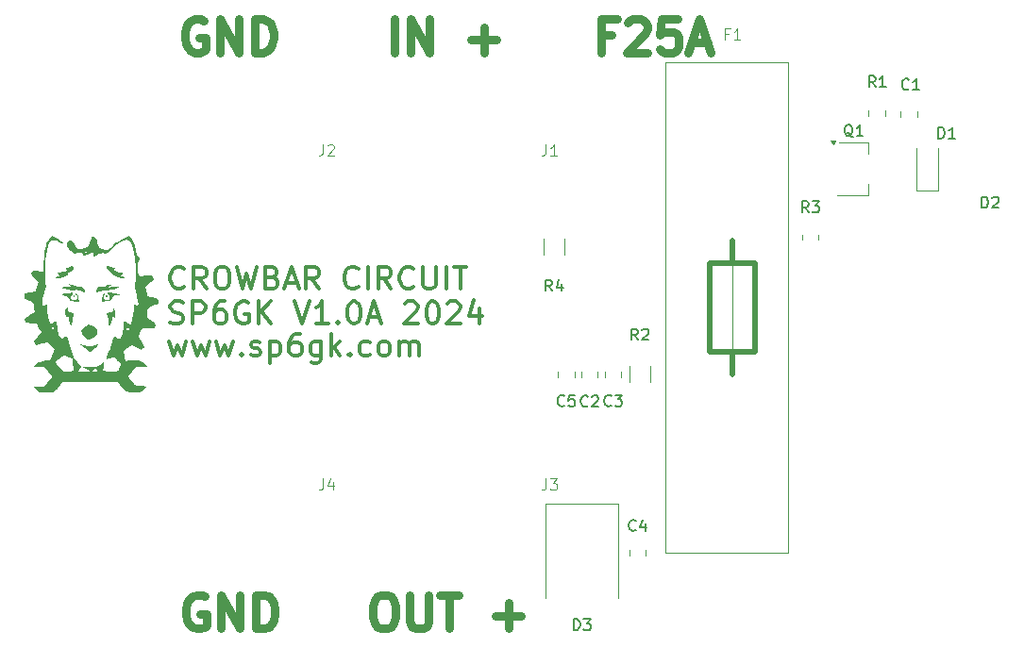
<source format=gbr>
%TF.GenerationSoftware,KiCad,Pcbnew,8.0.7-8.0.7-0~ubuntu22.04.1*%
%TF.CreationDate,2024-12-28T18:58:49+01:00*%
%TF.ProjectId,CrowBar,43726f77-4261-4722-9e6b-696361645f70,1.0A*%
%TF.SameCoordinates,Original*%
%TF.FileFunction,Legend,Top*%
%TF.FilePolarity,Positive*%
%FSLAX46Y46*%
G04 Gerber Fmt 4.6, Leading zero omitted, Abs format (unit mm)*
G04 Created by KiCad (PCBNEW 8.0.7-8.0.7-0~ubuntu22.04.1) date 2024-12-28 18:58:49*
%MOMM*%
%LPD*%
G01*
G04 APERTURE LIST*
%ADD10C,0.300000*%
%ADD11C,0.750000*%
%ADD12C,0.150000*%
%ADD13C,0.100000*%
%ADD14C,0.120000*%
%ADD15C,0.000000*%
%ADD16C,0.500000*%
G04 APERTURE END LIST*
D10*
X112078320Y-45344400D02*
X112364034Y-45439638D01*
X112364034Y-45439638D02*
X112840225Y-45439638D01*
X112840225Y-45439638D02*
X113030701Y-45344400D01*
X113030701Y-45344400D02*
X113125939Y-45249161D01*
X113125939Y-45249161D02*
X113221177Y-45058685D01*
X113221177Y-45058685D02*
X113221177Y-44868209D01*
X113221177Y-44868209D02*
X113125939Y-44677733D01*
X113125939Y-44677733D02*
X113030701Y-44582495D01*
X113030701Y-44582495D02*
X112840225Y-44487257D01*
X112840225Y-44487257D02*
X112459272Y-44392019D01*
X112459272Y-44392019D02*
X112268796Y-44296780D01*
X112268796Y-44296780D02*
X112173558Y-44201542D01*
X112173558Y-44201542D02*
X112078320Y-44011066D01*
X112078320Y-44011066D02*
X112078320Y-43820590D01*
X112078320Y-43820590D02*
X112173558Y-43630114D01*
X112173558Y-43630114D02*
X112268796Y-43534876D01*
X112268796Y-43534876D02*
X112459272Y-43439638D01*
X112459272Y-43439638D02*
X112935463Y-43439638D01*
X112935463Y-43439638D02*
X113221177Y-43534876D01*
X114078320Y-45439638D02*
X114078320Y-43439638D01*
X114078320Y-43439638D02*
X114840225Y-43439638D01*
X114840225Y-43439638D02*
X115030701Y-43534876D01*
X115030701Y-43534876D02*
X115125939Y-43630114D01*
X115125939Y-43630114D02*
X115221177Y-43820590D01*
X115221177Y-43820590D02*
X115221177Y-44106304D01*
X115221177Y-44106304D02*
X115125939Y-44296780D01*
X115125939Y-44296780D02*
X115030701Y-44392019D01*
X115030701Y-44392019D02*
X114840225Y-44487257D01*
X114840225Y-44487257D02*
X114078320Y-44487257D01*
X116935463Y-43439638D02*
X116554510Y-43439638D01*
X116554510Y-43439638D02*
X116364034Y-43534876D01*
X116364034Y-43534876D02*
X116268796Y-43630114D01*
X116268796Y-43630114D02*
X116078320Y-43915828D01*
X116078320Y-43915828D02*
X115983082Y-44296780D01*
X115983082Y-44296780D02*
X115983082Y-45058685D01*
X115983082Y-45058685D02*
X116078320Y-45249161D01*
X116078320Y-45249161D02*
X116173558Y-45344400D01*
X116173558Y-45344400D02*
X116364034Y-45439638D01*
X116364034Y-45439638D02*
X116744987Y-45439638D01*
X116744987Y-45439638D02*
X116935463Y-45344400D01*
X116935463Y-45344400D02*
X117030701Y-45249161D01*
X117030701Y-45249161D02*
X117125939Y-45058685D01*
X117125939Y-45058685D02*
X117125939Y-44582495D01*
X117125939Y-44582495D02*
X117030701Y-44392019D01*
X117030701Y-44392019D02*
X116935463Y-44296780D01*
X116935463Y-44296780D02*
X116744987Y-44201542D01*
X116744987Y-44201542D02*
X116364034Y-44201542D01*
X116364034Y-44201542D02*
X116173558Y-44296780D01*
X116173558Y-44296780D02*
X116078320Y-44392019D01*
X116078320Y-44392019D02*
X115983082Y-44582495D01*
X119030701Y-43534876D02*
X118840225Y-43439638D01*
X118840225Y-43439638D02*
X118554511Y-43439638D01*
X118554511Y-43439638D02*
X118268796Y-43534876D01*
X118268796Y-43534876D02*
X118078320Y-43725352D01*
X118078320Y-43725352D02*
X117983082Y-43915828D01*
X117983082Y-43915828D02*
X117887844Y-44296780D01*
X117887844Y-44296780D02*
X117887844Y-44582495D01*
X117887844Y-44582495D02*
X117983082Y-44963447D01*
X117983082Y-44963447D02*
X118078320Y-45153923D01*
X118078320Y-45153923D02*
X118268796Y-45344400D01*
X118268796Y-45344400D02*
X118554511Y-45439638D01*
X118554511Y-45439638D02*
X118744987Y-45439638D01*
X118744987Y-45439638D02*
X119030701Y-45344400D01*
X119030701Y-45344400D02*
X119125939Y-45249161D01*
X119125939Y-45249161D02*
X119125939Y-44582495D01*
X119125939Y-44582495D02*
X118744987Y-44582495D01*
X119983082Y-45439638D02*
X119983082Y-43439638D01*
X121125939Y-45439638D02*
X120268796Y-44296780D01*
X121125939Y-43439638D02*
X119983082Y-44582495D01*
X123221178Y-43439638D02*
X123887844Y-45439638D01*
X123887844Y-45439638D02*
X124554511Y-43439638D01*
X126268797Y-45439638D02*
X125125940Y-45439638D01*
X125697368Y-45439638D02*
X125697368Y-43439638D01*
X125697368Y-43439638D02*
X125506892Y-43725352D01*
X125506892Y-43725352D02*
X125316416Y-43915828D01*
X125316416Y-43915828D02*
X125125940Y-44011066D01*
X127125940Y-45249161D02*
X127221178Y-45344400D01*
X127221178Y-45344400D02*
X127125940Y-45439638D01*
X127125940Y-45439638D02*
X127030702Y-45344400D01*
X127030702Y-45344400D02*
X127125940Y-45249161D01*
X127125940Y-45249161D02*
X127125940Y-45439638D01*
X128459273Y-43439638D02*
X128649750Y-43439638D01*
X128649750Y-43439638D02*
X128840226Y-43534876D01*
X128840226Y-43534876D02*
X128935464Y-43630114D01*
X128935464Y-43630114D02*
X129030702Y-43820590D01*
X129030702Y-43820590D02*
X129125940Y-44201542D01*
X129125940Y-44201542D02*
X129125940Y-44677733D01*
X129125940Y-44677733D02*
X129030702Y-45058685D01*
X129030702Y-45058685D02*
X128935464Y-45249161D01*
X128935464Y-45249161D02*
X128840226Y-45344400D01*
X128840226Y-45344400D02*
X128649750Y-45439638D01*
X128649750Y-45439638D02*
X128459273Y-45439638D01*
X128459273Y-45439638D02*
X128268797Y-45344400D01*
X128268797Y-45344400D02*
X128173559Y-45249161D01*
X128173559Y-45249161D02*
X128078321Y-45058685D01*
X128078321Y-45058685D02*
X127983083Y-44677733D01*
X127983083Y-44677733D02*
X127983083Y-44201542D01*
X127983083Y-44201542D02*
X128078321Y-43820590D01*
X128078321Y-43820590D02*
X128173559Y-43630114D01*
X128173559Y-43630114D02*
X128268797Y-43534876D01*
X128268797Y-43534876D02*
X128459273Y-43439638D01*
X129887845Y-44868209D02*
X130840226Y-44868209D01*
X129697369Y-45439638D02*
X130364035Y-43439638D01*
X130364035Y-43439638D02*
X131030702Y-45439638D01*
X133125941Y-43630114D02*
X133221179Y-43534876D01*
X133221179Y-43534876D02*
X133411655Y-43439638D01*
X133411655Y-43439638D02*
X133887846Y-43439638D01*
X133887846Y-43439638D02*
X134078322Y-43534876D01*
X134078322Y-43534876D02*
X134173560Y-43630114D01*
X134173560Y-43630114D02*
X134268798Y-43820590D01*
X134268798Y-43820590D02*
X134268798Y-44011066D01*
X134268798Y-44011066D02*
X134173560Y-44296780D01*
X134173560Y-44296780D02*
X133030703Y-45439638D01*
X133030703Y-45439638D02*
X134268798Y-45439638D01*
X135506893Y-43439638D02*
X135697370Y-43439638D01*
X135697370Y-43439638D02*
X135887846Y-43534876D01*
X135887846Y-43534876D02*
X135983084Y-43630114D01*
X135983084Y-43630114D02*
X136078322Y-43820590D01*
X136078322Y-43820590D02*
X136173560Y-44201542D01*
X136173560Y-44201542D02*
X136173560Y-44677733D01*
X136173560Y-44677733D02*
X136078322Y-45058685D01*
X136078322Y-45058685D02*
X135983084Y-45249161D01*
X135983084Y-45249161D02*
X135887846Y-45344400D01*
X135887846Y-45344400D02*
X135697370Y-45439638D01*
X135697370Y-45439638D02*
X135506893Y-45439638D01*
X135506893Y-45439638D02*
X135316417Y-45344400D01*
X135316417Y-45344400D02*
X135221179Y-45249161D01*
X135221179Y-45249161D02*
X135125941Y-45058685D01*
X135125941Y-45058685D02*
X135030703Y-44677733D01*
X135030703Y-44677733D02*
X135030703Y-44201542D01*
X135030703Y-44201542D02*
X135125941Y-43820590D01*
X135125941Y-43820590D02*
X135221179Y-43630114D01*
X135221179Y-43630114D02*
X135316417Y-43534876D01*
X135316417Y-43534876D02*
X135506893Y-43439638D01*
X136935465Y-43630114D02*
X137030703Y-43534876D01*
X137030703Y-43534876D02*
X137221179Y-43439638D01*
X137221179Y-43439638D02*
X137697370Y-43439638D01*
X137697370Y-43439638D02*
X137887846Y-43534876D01*
X137887846Y-43534876D02*
X137983084Y-43630114D01*
X137983084Y-43630114D02*
X138078322Y-43820590D01*
X138078322Y-43820590D02*
X138078322Y-44011066D01*
X138078322Y-44011066D02*
X137983084Y-44296780D01*
X137983084Y-44296780D02*
X136840227Y-45439638D01*
X136840227Y-45439638D02*
X138078322Y-45439638D01*
X139792608Y-44106304D02*
X139792608Y-45439638D01*
X139316417Y-43344400D02*
X138840227Y-44772971D01*
X138840227Y-44772971D02*
X140078322Y-44772971D01*
D11*
X115179135Y-69936714D02*
X114893421Y-69793857D01*
X114893421Y-69793857D02*
X114464849Y-69793857D01*
X114464849Y-69793857D02*
X114036278Y-69936714D01*
X114036278Y-69936714D02*
X113750563Y-70222428D01*
X113750563Y-70222428D02*
X113607706Y-70508142D01*
X113607706Y-70508142D02*
X113464849Y-71079571D01*
X113464849Y-71079571D02*
X113464849Y-71508142D01*
X113464849Y-71508142D02*
X113607706Y-72079571D01*
X113607706Y-72079571D02*
X113750563Y-72365285D01*
X113750563Y-72365285D02*
X114036278Y-72651000D01*
X114036278Y-72651000D02*
X114464849Y-72793857D01*
X114464849Y-72793857D02*
X114750563Y-72793857D01*
X114750563Y-72793857D02*
X115179135Y-72651000D01*
X115179135Y-72651000D02*
X115321992Y-72508142D01*
X115321992Y-72508142D02*
X115321992Y-71508142D01*
X115321992Y-71508142D02*
X114750563Y-71508142D01*
X116607706Y-72793857D02*
X116607706Y-69793857D01*
X116607706Y-69793857D02*
X118321992Y-72793857D01*
X118321992Y-72793857D02*
X118321992Y-69793857D01*
X119750563Y-72793857D02*
X119750563Y-69793857D01*
X119750563Y-69793857D02*
X120464849Y-69793857D01*
X120464849Y-69793857D02*
X120893420Y-69936714D01*
X120893420Y-69936714D02*
X121179135Y-70222428D01*
X121179135Y-70222428D02*
X121321992Y-70508142D01*
X121321992Y-70508142D02*
X121464849Y-71079571D01*
X121464849Y-71079571D02*
X121464849Y-71508142D01*
X121464849Y-71508142D02*
X121321992Y-72079571D01*
X121321992Y-72079571D02*
X121179135Y-72365285D01*
X121179135Y-72365285D02*
X120893420Y-72651000D01*
X120893420Y-72651000D02*
X120464849Y-72793857D01*
X120464849Y-72793857D02*
X119750563Y-72793857D01*
X132207706Y-21093857D02*
X132207706Y-18093857D01*
X133636277Y-21093857D02*
X133636277Y-18093857D01*
X133636277Y-18093857D02*
X135350563Y-21093857D01*
X135350563Y-21093857D02*
X135350563Y-18093857D01*
X139064848Y-19951000D02*
X141350563Y-19951000D01*
X140207705Y-21093857D02*
X140207705Y-18808142D01*
D10*
X113316415Y-42149161D02*
X113221177Y-42244400D01*
X113221177Y-42244400D02*
X112935463Y-42339638D01*
X112935463Y-42339638D02*
X112744987Y-42339638D01*
X112744987Y-42339638D02*
X112459272Y-42244400D01*
X112459272Y-42244400D02*
X112268796Y-42053923D01*
X112268796Y-42053923D02*
X112173558Y-41863447D01*
X112173558Y-41863447D02*
X112078320Y-41482495D01*
X112078320Y-41482495D02*
X112078320Y-41196780D01*
X112078320Y-41196780D02*
X112173558Y-40815828D01*
X112173558Y-40815828D02*
X112268796Y-40625352D01*
X112268796Y-40625352D02*
X112459272Y-40434876D01*
X112459272Y-40434876D02*
X112744987Y-40339638D01*
X112744987Y-40339638D02*
X112935463Y-40339638D01*
X112935463Y-40339638D02*
X113221177Y-40434876D01*
X113221177Y-40434876D02*
X113316415Y-40530114D01*
X115316415Y-42339638D02*
X114649748Y-41387257D01*
X114173558Y-42339638D02*
X114173558Y-40339638D01*
X114173558Y-40339638D02*
X114935463Y-40339638D01*
X114935463Y-40339638D02*
X115125939Y-40434876D01*
X115125939Y-40434876D02*
X115221177Y-40530114D01*
X115221177Y-40530114D02*
X115316415Y-40720590D01*
X115316415Y-40720590D02*
X115316415Y-41006304D01*
X115316415Y-41006304D02*
X115221177Y-41196780D01*
X115221177Y-41196780D02*
X115125939Y-41292019D01*
X115125939Y-41292019D02*
X114935463Y-41387257D01*
X114935463Y-41387257D02*
X114173558Y-41387257D01*
X116554510Y-40339638D02*
X116935463Y-40339638D01*
X116935463Y-40339638D02*
X117125939Y-40434876D01*
X117125939Y-40434876D02*
X117316415Y-40625352D01*
X117316415Y-40625352D02*
X117411653Y-41006304D01*
X117411653Y-41006304D02*
X117411653Y-41672971D01*
X117411653Y-41672971D02*
X117316415Y-42053923D01*
X117316415Y-42053923D02*
X117125939Y-42244400D01*
X117125939Y-42244400D02*
X116935463Y-42339638D01*
X116935463Y-42339638D02*
X116554510Y-42339638D01*
X116554510Y-42339638D02*
X116364034Y-42244400D01*
X116364034Y-42244400D02*
X116173558Y-42053923D01*
X116173558Y-42053923D02*
X116078320Y-41672971D01*
X116078320Y-41672971D02*
X116078320Y-41006304D01*
X116078320Y-41006304D02*
X116173558Y-40625352D01*
X116173558Y-40625352D02*
X116364034Y-40434876D01*
X116364034Y-40434876D02*
X116554510Y-40339638D01*
X118078320Y-40339638D02*
X118554510Y-42339638D01*
X118554510Y-42339638D02*
X118935463Y-40911066D01*
X118935463Y-40911066D02*
X119316415Y-42339638D01*
X119316415Y-42339638D02*
X119792606Y-40339638D01*
X121221177Y-41292019D02*
X121506891Y-41387257D01*
X121506891Y-41387257D02*
X121602129Y-41482495D01*
X121602129Y-41482495D02*
X121697367Y-41672971D01*
X121697367Y-41672971D02*
X121697367Y-41958685D01*
X121697367Y-41958685D02*
X121602129Y-42149161D01*
X121602129Y-42149161D02*
X121506891Y-42244400D01*
X121506891Y-42244400D02*
X121316415Y-42339638D01*
X121316415Y-42339638D02*
X120554510Y-42339638D01*
X120554510Y-42339638D02*
X120554510Y-40339638D01*
X120554510Y-40339638D02*
X121221177Y-40339638D01*
X121221177Y-40339638D02*
X121411653Y-40434876D01*
X121411653Y-40434876D02*
X121506891Y-40530114D01*
X121506891Y-40530114D02*
X121602129Y-40720590D01*
X121602129Y-40720590D02*
X121602129Y-40911066D01*
X121602129Y-40911066D02*
X121506891Y-41101542D01*
X121506891Y-41101542D02*
X121411653Y-41196780D01*
X121411653Y-41196780D02*
X121221177Y-41292019D01*
X121221177Y-41292019D02*
X120554510Y-41292019D01*
X122459272Y-41768209D02*
X123411653Y-41768209D01*
X122268796Y-42339638D02*
X122935462Y-40339638D01*
X122935462Y-40339638D02*
X123602129Y-42339638D01*
X125411653Y-42339638D02*
X124744986Y-41387257D01*
X124268796Y-42339638D02*
X124268796Y-40339638D01*
X124268796Y-40339638D02*
X125030701Y-40339638D01*
X125030701Y-40339638D02*
X125221177Y-40434876D01*
X125221177Y-40434876D02*
X125316415Y-40530114D01*
X125316415Y-40530114D02*
X125411653Y-40720590D01*
X125411653Y-40720590D02*
X125411653Y-41006304D01*
X125411653Y-41006304D02*
X125316415Y-41196780D01*
X125316415Y-41196780D02*
X125221177Y-41292019D01*
X125221177Y-41292019D02*
X125030701Y-41387257D01*
X125030701Y-41387257D02*
X124268796Y-41387257D01*
X128935463Y-42149161D02*
X128840225Y-42244400D01*
X128840225Y-42244400D02*
X128554511Y-42339638D01*
X128554511Y-42339638D02*
X128364035Y-42339638D01*
X128364035Y-42339638D02*
X128078320Y-42244400D01*
X128078320Y-42244400D02*
X127887844Y-42053923D01*
X127887844Y-42053923D02*
X127792606Y-41863447D01*
X127792606Y-41863447D02*
X127697368Y-41482495D01*
X127697368Y-41482495D02*
X127697368Y-41196780D01*
X127697368Y-41196780D02*
X127792606Y-40815828D01*
X127792606Y-40815828D02*
X127887844Y-40625352D01*
X127887844Y-40625352D02*
X128078320Y-40434876D01*
X128078320Y-40434876D02*
X128364035Y-40339638D01*
X128364035Y-40339638D02*
X128554511Y-40339638D01*
X128554511Y-40339638D02*
X128840225Y-40434876D01*
X128840225Y-40434876D02*
X128935463Y-40530114D01*
X129792606Y-42339638D02*
X129792606Y-40339638D01*
X131887844Y-42339638D02*
X131221177Y-41387257D01*
X130744987Y-42339638D02*
X130744987Y-40339638D01*
X130744987Y-40339638D02*
X131506892Y-40339638D01*
X131506892Y-40339638D02*
X131697368Y-40434876D01*
X131697368Y-40434876D02*
X131792606Y-40530114D01*
X131792606Y-40530114D02*
X131887844Y-40720590D01*
X131887844Y-40720590D02*
X131887844Y-41006304D01*
X131887844Y-41006304D02*
X131792606Y-41196780D01*
X131792606Y-41196780D02*
X131697368Y-41292019D01*
X131697368Y-41292019D02*
X131506892Y-41387257D01*
X131506892Y-41387257D02*
X130744987Y-41387257D01*
X133887844Y-42149161D02*
X133792606Y-42244400D01*
X133792606Y-42244400D02*
X133506892Y-42339638D01*
X133506892Y-42339638D02*
X133316416Y-42339638D01*
X133316416Y-42339638D02*
X133030701Y-42244400D01*
X133030701Y-42244400D02*
X132840225Y-42053923D01*
X132840225Y-42053923D02*
X132744987Y-41863447D01*
X132744987Y-41863447D02*
X132649749Y-41482495D01*
X132649749Y-41482495D02*
X132649749Y-41196780D01*
X132649749Y-41196780D02*
X132744987Y-40815828D01*
X132744987Y-40815828D02*
X132840225Y-40625352D01*
X132840225Y-40625352D02*
X133030701Y-40434876D01*
X133030701Y-40434876D02*
X133316416Y-40339638D01*
X133316416Y-40339638D02*
X133506892Y-40339638D01*
X133506892Y-40339638D02*
X133792606Y-40434876D01*
X133792606Y-40434876D02*
X133887844Y-40530114D01*
X134744987Y-40339638D02*
X134744987Y-41958685D01*
X134744987Y-41958685D02*
X134840225Y-42149161D01*
X134840225Y-42149161D02*
X134935463Y-42244400D01*
X134935463Y-42244400D02*
X135125939Y-42339638D01*
X135125939Y-42339638D02*
X135506892Y-42339638D01*
X135506892Y-42339638D02*
X135697368Y-42244400D01*
X135697368Y-42244400D02*
X135792606Y-42149161D01*
X135792606Y-42149161D02*
X135887844Y-41958685D01*
X135887844Y-41958685D02*
X135887844Y-40339638D01*
X136840225Y-42339638D02*
X136840225Y-40339638D01*
X137506892Y-40339638D02*
X138649749Y-40339638D01*
X138078320Y-42339638D02*
X138078320Y-40339638D01*
X111983082Y-47006304D02*
X112364034Y-48339638D01*
X112364034Y-48339638D02*
X112744987Y-47387257D01*
X112744987Y-47387257D02*
X113125939Y-48339638D01*
X113125939Y-48339638D02*
X113506891Y-47006304D01*
X114078320Y-47006304D02*
X114459272Y-48339638D01*
X114459272Y-48339638D02*
X114840225Y-47387257D01*
X114840225Y-47387257D02*
X115221177Y-48339638D01*
X115221177Y-48339638D02*
X115602129Y-47006304D01*
X116173558Y-47006304D02*
X116554510Y-48339638D01*
X116554510Y-48339638D02*
X116935463Y-47387257D01*
X116935463Y-47387257D02*
X117316415Y-48339638D01*
X117316415Y-48339638D02*
X117697367Y-47006304D01*
X118459272Y-48149161D02*
X118554510Y-48244400D01*
X118554510Y-48244400D02*
X118459272Y-48339638D01*
X118459272Y-48339638D02*
X118364034Y-48244400D01*
X118364034Y-48244400D02*
X118459272Y-48149161D01*
X118459272Y-48149161D02*
X118459272Y-48339638D01*
X119316415Y-48244400D02*
X119506891Y-48339638D01*
X119506891Y-48339638D02*
X119887843Y-48339638D01*
X119887843Y-48339638D02*
X120078320Y-48244400D01*
X120078320Y-48244400D02*
X120173558Y-48053923D01*
X120173558Y-48053923D02*
X120173558Y-47958685D01*
X120173558Y-47958685D02*
X120078320Y-47768209D01*
X120078320Y-47768209D02*
X119887843Y-47672971D01*
X119887843Y-47672971D02*
X119602129Y-47672971D01*
X119602129Y-47672971D02*
X119411653Y-47577733D01*
X119411653Y-47577733D02*
X119316415Y-47387257D01*
X119316415Y-47387257D02*
X119316415Y-47292019D01*
X119316415Y-47292019D02*
X119411653Y-47101542D01*
X119411653Y-47101542D02*
X119602129Y-47006304D01*
X119602129Y-47006304D02*
X119887843Y-47006304D01*
X119887843Y-47006304D02*
X120078320Y-47101542D01*
X121030701Y-47006304D02*
X121030701Y-49006304D01*
X121030701Y-47101542D02*
X121221177Y-47006304D01*
X121221177Y-47006304D02*
X121602130Y-47006304D01*
X121602130Y-47006304D02*
X121792606Y-47101542D01*
X121792606Y-47101542D02*
X121887844Y-47196780D01*
X121887844Y-47196780D02*
X121983082Y-47387257D01*
X121983082Y-47387257D02*
X121983082Y-47958685D01*
X121983082Y-47958685D02*
X121887844Y-48149161D01*
X121887844Y-48149161D02*
X121792606Y-48244400D01*
X121792606Y-48244400D02*
X121602130Y-48339638D01*
X121602130Y-48339638D02*
X121221177Y-48339638D01*
X121221177Y-48339638D02*
X121030701Y-48244400D01*
X123697368Y-46339638D02*
X123316415Y-46339638D01*
X123316415Y-46339638D02*
X123125939Y-46434876D01*
X123125939Y-46434876D02*
X123030701Y-46530114D01*
X123030701Y-46530114D02*
X122840225Y-46815828D01*
X122840225Y-46815828D02*
X122744987Y-47196780D01*
X122744987Y-47196780D02*
X122744987Y-47958685D01*
X122744987Y-47958685D02*
X122840225Y-48149161D01*
X122840225Y-48149161D02*
X122935463Y-48244400D01*
X122935463Y-48244400D02*
X123125939Y-48339638D01*
X123125939Y-48339638D02*
X123506892Y-48339638D01*
X123506892Y-48339638D02*
X123697368Y-48244400D01*
X123697368Y-48244400D02*
X123792606Y-48149161D01*
X123792606Y-48149161D02*
X123887844Y-47958685D01*
X123887844Y-47958685D02*
X123887844Y-47482495D01*
X123887844Y-47482495D02*
X123792606Y-47292019D01*
X123792606Y-47292019D02*
X123697368Y-47196780D01*
X123697368Y-47196780D02*
X123506892Y-47101542D01*
X123506892Y-47101542D02*
X123125939Y-47101542D01*
X123125939Y-47101542D02*
X122935463Y-47196780D01*
X122935463Y-47196780D02*
X122840225Y-47292019D01*
X122840225Y-47292019D02*
X122744987Y-47482495D01*
X125602130Y-47006304D02*
X125602130Y-48625352D01*
X125602130Y-48625352D02*
X125506892Y-48815828D01*
X125506892Y-48815828D02*
X125411654Y-48911066D01*
X125411654Y-48911066D02*
X125221177Y-49006304D01*
X125221177Y-49006304D02*
X124935463Y-49006304D01*
X124935463Y-49006304D02*
X124744987Y-48911066D01*
X125602130Y-48244400D02*
X125411654Y-48339638D01*
X125411654Y-48339638D02*
X125030701Y-48339638D01*
X125030701Y-48339638D02*
X124840225Y-48244400D01*
X124840225Y-48244400D02*
X124744987Y-48149161D01*
X124744987Y-48149161D02*
X124649749Y-47958685D01*
X124649749Y-47958685D02*
X124649749Y-47387257D01*
X124649749Y-47387257D02*
X124744987Y-47196780D01*
X124744987Y-47196780D02*
X124840225Y-47101542D01*
X124840225Y-47101542D02*
X125030701Y-47006304D01*
X125030701Y-47006304D02*
X125411654Y-47006304D01*
X125411654Y-47006304D02*
X125602130Y-47101542D01*
X126554511Y-48339638D02*
X126554511Y-46339638D01*
X126744987Y-47577733D02*
X127316416Y-48339638D01*
X127316416Y-47006304D02*
X126554511Y-47768209D01*
X128173559Y-48149161D02*
X128268797Y-48244400D01*
X128268797Y-48244400D02*
X128173559Y-48339638D01*
X128173559Y-48339638D02*
X128078321Y-48244400D01*
X128078321Y-48244400D02*
X128173559Y-48149161D01*
X128173559Y-48149161D02*
X128173559Y-48339638D01*
X129983083Y-48244400D02*
X129792607Y-48339638D01*
X129792607Y-48339638D02*
X129411654Y-48339638D01*
X129411654Y-48339638D02*
X129221178Y-48244400D01*
X129221178Y-48244400D02*
X129125940Y-48149161D01*
X129125940Y-48149161D02*
X129030702Y-47958685D01*
X129030702Y-47958685D02*
X129030702Y-47387257D01*
X129030702Y-47387257D02*
X129125940Y-47196780D01*
X129125940Y-47196780D02*
X129221178Y-47101542D01*
X129221178Y-47101542D02*
X129411654Y-47006304D01*
X129411654Y-47006304D02*
X129792607Y-47006304D01*
X129792607Y-47006304D02*
X129983083Y-47101542D01*
X131125940Y-48339638D02*
X130935464Y-48244400D01*
X130935464Y-48244400D02*
X130840226Y-48149161D01*
X130840226Y-48149161D02*
X130744988Y-47958685D01*
X130744988Y-47958685D02*
X130744988Y-47387257D01*
X130744988Y-47387257D02*
X130840226Y-47196780D01*
X130840226Y-47196780D02*
X130935464Y-47101542D01*
X130935464Y-47101542D02*
X131125940Y-47006304D01*
X131125940Y-47006304D02*
X131411655Y-47006304D01*
X131411655Y-47006304D02*
X131602131Y-47101542D01*
X131602131Y-47101542D02*
X131697369Y-47196780D01*
X131697369Y-47196780D02*
X131792607Y-47387257D01*
X131792607Y-47387257D02*
X131792607Y-47958685D01*
X131792607Y-47958685D02*
X131697369Y-48149161D01*
X131697369Y-48149161D02*
X131602131Y-48244400D01*
X131602131Y-48244400D02*
X131411655Y-48339638D01*
X131411655Y-48339638D02*
X131125940Y-48339638D01*
X132649750Y-48339638D02*
X132649750Y-47006304D01*
X132649750Y-47196780D02*
X132744988Y-47101542D01*
X132744988Y-47101542D02*
X132935464Y-47006304D01*
X132935464Y-47006304D02*
X133221179Y-47006304D01*
X133221179Y-47006304D02*
X133411655Y-47101542D01*
X133411655Y-47101542D02*
X133506893Y-47292019D01*
X133506893Y-47292019D02*
X133506893Y-48339638D01*
X133506893Y-47292019D02*
X133602131Y-47101542D01*
X133602131Y-47101542D02*
X133792607Y-47006304D01*
X133792607Y-47006304D02*
X134078321Y-47006304D01*
X134078321Y-47006304D02*
X134268798Y-47101542D01*
X134268798Y-47101542D02*
X134364036Y-47292019D01*
X134364036Y-47292019D02*
X134364036Y-48339638D01*
D11*
X115079135Y-18236714D02*
X114793421Y-18093857D01*
X114793421Y-18093857D02*
X114364849Y-18093857D01*
X114364849Y-18093857D02*
X113936278Y-18236714D01*
X113936278Y-18236714D02*
X113650563Y-18522428D01*
X113650563Y-18522428D02*
X113507706Y-18808142D01*
X113507706Y-18808142D02*
X113364849Y-19379571D01*
X113364849Y-19379571D02*
X113364849Y-19808142D01*
X113364849Y-19808142D02*
X113507706Y-20379571D01*
X113507706Y-20379571D02*
X113650563Y-20665285D01*
X113650563Y-20665285D02*
X113936278Y-20951000D01*
X113936278Y-20951000D02*
X114364849Y-21093857D01*
X114364849Y-21093857D02*
X114650563Y-21093857D01*
X114650563Y-21093857D02*
X115079135Y-20951000D01*
X115079135Y-20951000D02*
X115221992Y-20808142D01*
X115221992Y-20808142D02*
X115221992Y-19808142D01*
X115221992Y-19808142D02*
X114650563Y-19808142D01*
X116507706Y-21093857D02*
X116507706Y-18093857D01*
X116507706Y-18093857D02*
X118221992Y-21093857D01*
X118221992Y-21093857D02*
X118221992Y-18093857D01*
X119650563Y-21093857D02*
X119650563Y-18093857D01*
X119650563Y-18093857D02*
X120364849Y-18093857D01*
X120364849Y-18093857D02*
X120793420Y-18236714D01*
X120793420Y-18236714D02*
X121079135Y-18522428D01*
X121079135Y-18522428D02*
X121221992Y-18808142D01*
X121221992Y-18808142D02*
X121364849Y-19379571D01*
X121364849Y-19379571D02*
X121364849Y-19808142D01*
X121364849Y-19808142D02*
X121221992Y-20379571D01*
X121221992Y-20379571D02*
X121079135Y-20665285D01*
X121079135Y-20665285D02*
X120793420Y-20951000D01*
X120793420Y-20951000D02*
X120364849Y-21093857D01*
X120364849Y-21093857D02*
X119650563Y-21093857D01*
X151707706Y-19522428D02*
X150707706Y-19522428D01*
X150707706Y-21093857D02*
X150707706Y-18093857D01*
X150707706Y-18093857D02*
X152136278Y-18093857D01*
X153136278Y-18379571D02*
X153279135Y-18236714D01*
X153279135Y-18236714D02*
X153564850Y-18093857D01*
X153564850Y-18093857D02*
X154279135Y-18093857D01*
X154279135Y-18093857D02*
X154564850Y-18236714D01*
X154564850Y-18236714D02*
X154707707Y-18379571D01*
X154707707Y-18379571D02*
X154850564Y-18665285D01*
X154850564Y-18665285D02*
X154850564Y-18951000D01*
X154850564Y-18951000D02*
X154707707Y-19379571D01*
X154707707Y-19379571D02*
X152993421Y-21093857D01*
X152993421Y-21093857D02*
X154850564Y-21093857D01*
X157564850Y-18093857D02*
X156136278Y-18093857D01*
X156136278Y-18093857D02*
X155993421Y-19522428D01*
X155993421Y-19522428D02*
X156136278Y-19379571D01*
X156136278Y-19379571D02*
X156421993Y-19236714D01*
X156421993Y-19236714D02*
X157136278Y-19236714D01*
X157136278Y-19236714D02*
X157421993Y-19379571D01*
X157421993Y-19379571D02*
X157564850Y-19522428D01*
X157564850Y-19522428D02*
X157707707Y-19808142D01*
X157707707Y-19808142D02*
X157707707Y-20522428D01*
X157707707Y-20522428D02*
X157564850Y-20808142D01*
X157564850Y-20808142D02*
X157421993Y-20951000D01*
X157421993Y-20951000D02*
X157136278Y-21093857D01*
X157136278Y-21093857D02*
X156421993Y-21093857D01*
X156421993Y-21093857D02*
X156136278Y-20951000D01*
X156136278Y-20951000D02*
X155993421Y-20808142D01*
X158850564Y-20236714D02*
X160279136Y-20236714D01*
X158564850Y-21093857D02*
X159564850Y-18093857D01*
X159564850Y-18093857D02*
X160564850Y-21093857D01*
X130979135Y-69793857D02*
X131550563Y-69793857D01*
X131550563Y-69793857D02*
X131836278Y-69936714D01*
X131836278Y-69936714D02*
X132121992Y-70222428D01*
X132121992Y-70222428D02*
X132264849Y-70793857D01*
X132264849Y-70793857D02*
X132264849Y-71793857D01*
X132264849Y-71793857D02*
X132121992Y-72365285D01*
X132121992Y-72365285D02*
X131836278Y-72651000D01*
X131836278Y-72651000D02*
X131550563Y-72793857D01*
X131550563Y-72793857D02*
X130979135Y-72793857D01*
X130979135Y-72793857D02*
X130693421Y-72651000D01*
X130693421Y-72651000D02*
X130407706Y-72365285D01*
X130407706Y-72365285D02*
X130264849Y-71793857D01*
X130264849Y-71793857D02*
X130264849Y-70793857D01*
X130264849Y-70793857D02*
X130407706Y-70222428D01*
X130407706Y-70222428D02*
X130693421Y-69936714D01*
X130693421Y-69936714D02*
X130979135Y-69793857D01*
X133550563Y-69793857D02*
X133550563Y-72222428D01*
X133550563Y-72222428D02*
X133693420Y-72508142D01*
X133693420Y-72508142D02*
X133836278Y-72651000D01*
X133836278Y-72651000D02*
X134121992Y-72793857D01*
X134121992Y-72793857D02*
X134693420Y-72793857D01*
X134693420Y-72793857D02*
X134979135Y-72651000D01*
X134979135Y-72651000D02*
X135121992Y-72508142D01*
X135121992Y-72508142D02*
X135264849Y-72222428D01*
X135264849Y-72222428D02*
X135264849Y-69793857D01*
X136264849Y-69793857D02*
X137979135Y-69793857D01*
X137121992Y-72793857D02*
X137121992Y-69793857D01*
X141264848Y-71651000D02*
X143550563Y-71651000D01*
X142407705Y-72793857D02*
X142407705Y-70508142D01*
D12*
X146333333Y-42504819D02*
X146000000Y-42028628D01*
X145761905Y-42504819D02*
X145761905Y-41504819D01*
X145761905Y-41504819D02*
X146142857Y-41504819D01*
X146142857Y-41504819D02*
X146238095Y-41552438D01*
X146238095Y-41552438D02*
X146285714Y-41600057D01*
X146285714Y-41600057D02*
X146333333Y-41695295D01*
X146333333Y-41695295D02*
X146333333Y-41838152D01*
X146333333Y-41838152D02*
X146285714Y-41933390D01*
X146285714Y-41933390D02*
X146238095Y-41981009D01*
X146238095Y-41981009D02*
X146142857Y-42028628D01*
X146142857Y-42028628D02*
X145761905Y-42028628D01*
X147190476Y-41838152D02*
X147190476Y-42504819D01*
X146952381Y-41457200D02*
X146714286Y-42171485D01*
X146714286Y-42171485D02*
X147333333Y-42171485D01*
X175333333Y-24204819D02*
X175000000Y-23728628D01*
X174761905Y-24204819D02*
X174761905Y-23204819D01*
X174761905Y-23204819D02*
X175142857Y-23204819D01*
X175142857Y-23204819D02*
X175238095Y-23252438D01*
X175238095Y-23252438D02*
X175285714Y-23300057D01*
X175285714Y-23300057D02*
X175333333Y-23395295D01*
X175333333Y-23395295D02*
X175333333Y-23538152D01*
X175333333Y-23538152D02*
X175285714Y-23633390D01*
X175285714Y-23633390D02*
X175238095Y-23681009D01*
X175238095Y-23681009D02*
X175142857Y-23728628D01*
X175142857Y-23728628D02*
X174761905Y-23728628D01*
X176285714Y-24204819D02*
X175714286Y-24204819D01*
X176000000Y-24204819D02*
X176000000Y-23204819D01*
X176000000Y-23204819D02*
X175904762Y-23347676D01*
X175904762Y-23347676D02*
X175809524Y-23442914D01*
X175809524Y-23442914D02*
X175714286Y-23490533D01*
D13*
X125766666Y-29357419D02*
X125766666Y-30071704D01*
X125766666Y-30071704D02*
X125719047Y-30214561D01*
X125719047Y-30214561D02*
X125623809Y-30309800D01*
X125623809Y-30309800D02*
X125480952Y-30357419D01*
X125480952Y-30357419D02*
X125385714Y-30357419D01*
X126195238Y-29452657D02*
X126242857Y-29405038D01*
X126242857Y-29405038D02*
X126338095Y-29357419D01*
X126338095Y-29357419D02*
X126576190Y-29357419D01*
X126576190Y-29357419D02*
X126671428Y-29405038D01*
X126671428Y-29405038D02*
X126719047Y-29452657D01*
X126719047Y-29452657D02*
X126766666Y-29547895D01*
X126766666Y-29547895D02*
X126766666Y-29643133D01*
X126766666Y-29643133D02*
X126719047Y-29785990D01*
X126719047Y-29785990D02*
X126147619Y-30357419D01*
X126147619Y-30357419D02*
X126766666Y-30357419D01*
X145766666Y-29357419D02*
X145766666Y-30071704D01*
X145766666Y-30071704D02*
X145719047Y-30214561D01*
X145719047Y-30214561D02*
X145623809Y-30309800D01*
X145623809Y-30309800D02*
X145480952Y-30357419D01*
X145480952Y-30357419D02*
X145385714Y-30357419D01*
X146766666Y-30357419D02*
X146195238Y-30357419D01*
X146480952Y-30357419D02*
X146480952Y-29357419D01*
X146480952Y-29357419D02*
X146385714Y-29500276D01*
X146385714Y-29500276D02*
X146290476Y-29595514D01*
X146290476Y-29595514D02*
X146195238Y-29643133D01*
D12*
X169333333Y-35454819D02*
X169000000Y-34978628D01*
X168761905Y-35454819D02*
X168761905Y-34454819D01*
X168761905Y-34454819D02*
X169142857Y-34454819D01*
X169142857Y-34454819D02*
X169238095Y-34502438D01*
X169238095Y-34502438D02*
X169285714Y-34550057D01*
X169285714Y-34550057D02*
X169333333Y-34645295D01*
X169333333Y-34645295D02*
X169333333Y-34788152D01*
X169333333Y-34788152D02*
X169285714Y-34883390D01*
X169285714Y-34883390D02*
X169238095Y-34931009D01*
X169238095Y-34931009D02*
X169142857Y-34978628D01*
X169142857Y-34978628D02*
X168761905Y-34978628D01*
X169666667Y-34454819D02*
X170285714Y-34454819D01*
X170285714Y-34454819D02*
X169952381Y-34835771D01*
X169952381Y-34835771D02*
X170095238Y-34835771D01*
X170095238Y-34835771D02*
X170190476Y-34883390D01*
X170190476Y-34883390D02*
X170238095Y-34931009D01*
X170238095Y-34931009D02*
X170285714Y-35026247D01*
X170285714Y-35026247D02*
X170285714Y-35264342D01*
X170285714Y-35264342D02*
X170238095Y-35359580D01*
X170238095Y-35359580D02*
X170190476Y-35407200D01*
X170190476Y-35407200D02*
X170095238Y-35454819D01*
X170095238Y-35454819D02*
X169809524Y-35454819D01*
X169809524Y-35454819D02*
X169714286Y-35407200D01*
X169714286Y-35407200D02*
X169666667Y-35359580D01*
X151633333Y-52759580D02*
X151585714Y-52807200D01*
X151585714Y-52807200D02*
X151442857Y-52854819D01*
X151442857Y-52854819D02*
X151347619Y-52854819D01*
X151347619Y-52854819D02*
X151204762Y-52807200D01*
X151204762Y-52807200D02*
X151109524Y-52711961D01*
X151109524Y-52711961D02*
X151061905Y-52616723D01*
X151061905Y-52616723D02*
X151014286Y-52426247D01*
X151014286Y-52426247D02*
X151014286Y-52283390D01*
X151014286Y-52283390D02*
X151061905Y-52092914D01*
X151061905Y-52092914D02*
X151109524Y-51997676D01*
X151109524Y-51997676D02*
X151204762Y-51902438D01*
X151204762Y-51902438D02*
X151347619Y-51854819D01*
X151347619Y-51854819D02*
X151442857Y-51854819D01*
X151442857Y-51854819D02*
X151585714Y-51902438D01*
X151585714Y-51902438D02*
X151633333Y-51950057D01*
X151966667Y-51854819D02*
X152585714Y-51854819D01*
X152585714Y-51854819D02*
X152252381Y-52235771D01*
X152252381Y-52235771D02*
X152395238Y-52235771D01*
X152395238Y-52235771D02*
X152490476Y-52283390D01*
X152490476Y-52283390D02*
X152538095Y-52331009D01*
X152538095Y-52331009D02*
X152585714Y-52426247D01*
X152585714Y-52426247D02*
X152585714Y-52664342D01*
X152585714Y-52664342D02*
X152538095Y-52759580D01*
X152538095Y-52759580D02*
X152490476Y-52807200D01*
X152490476Y-52807200D02*
X152395238Y-52854819D01*
X152395238Y-52854819D02*
X152109524Y-52854819D01*
X152109524Y-52854819D02*
X152014286Y-52807200D01*
X152014286Y-52807200D02*
X151966667Y-52759580D01*
X153833333Y-63959580D02*
X153785714Y-64007200D01*
X153785714Y-64007200D02*
X153642857Y-64054819D01*
X153642857Y-64054819D02*
X153547619Y-64054819D01*
X153547619Y-64054819D02*
X153404762Y-64007200D01*
X153404762Y-64007200D02*
X153309524Y-63911961D01*
X153309524Y-63911961D02*
X153261905Y-63816723D01*
X153261905Y-63816723D02*
X153214286Y-63626247D01*
X153214286Y-63626247D02*
X153214286Y-63483390D01*
X153214286Y-63483390D02*
X153261905Y-63292914D01*
X153261905Y-63292914D02*
X153309524Y-63197676D01*
X153309524Y-63197676D02*
X153404762Y-63102438D01*
X153404762Y-63102438D02*
X153547619Y-63054819D01*
X153547619Y-63054819D02*
X153642857Y-63054819D01*
X153642857Y-63054819D02*
X153785714Y-63102438D01*
X153785714Y-63102438D02*
X153833333Y-63150057D01*
X154690476Y-63388152D02*
X154690476Y-64054819D01*
X154452381Y-63007200D02*
X154214286Y-63721485D01*
X154214286Y-63721485D02*
X154833333Y-63721485D01*
X154033333Y-46904819D02*
X153700000Y-46428628D01*
X153461905Y-46904819D02*
X153461905Y-45904819D01*
X153461905Y-45904819D02*
X153842857Y-45904819D01*
X153842857Y-45904819D02*
X153938095Y-45952438D01*
X153938095Y-45952438D02*
X153985714Y-46000057D01*
X153985714Y-46000057D02*
X154033333Y-46095295D01*
X154033333Y-46095295D02*
X154033333Y-46238152D01*
X154033333Y-46238152D02*
X153985714Y-46333390D01*
X153985714Y-46333390D02*
X153938095Y-46381009D01*
X153938095Y-46381009D02*
X153842857Y-46428628D01*
X153842857Y-46428628D02*
X153461905Y-46428628D01*
X154414286Y-46000057D02*
X154461905Y-45952438D01*
X154461905Y-45952438D02*
X154557143Y-45904819D01*
X154557143Y-45904819D02*
X154795238Y-45904819D01*
X154795238Y-45904819D02*
X154890476Y-45952438D01*
X154890476Y-45952438D02*
X154938095Y-46000057D01*
X154938095Y-46000057D02*
X154985714Y-46095295D01*
X154985714Y-46095295D02*
X154985714Y-46190533D01*
X154985714Y-46190533D02*
X154938095Y-46333390D01*
X154938095Y-46333390D02*
X154366667Y-46904819D01*
X154366667Y-46904819D02*
X154985714Y-46904819D01*
X184861905Y-35054819D02*
X184861905Y-34054819D01*
X184861905Y-34054819D02*
X185100000Y-34054819D01*
X185100000Y-34054819D02*
X185242857Y-34102438D01*
X185242857Y-34102438D02*
X185338095Y-34197676D01*
X185338095Y-34197676D02*
X185385714Y-34292914D01*
X185385714Y-34292914D02*
X185433333Y-34483390D01*
X185433333Y-34483390D02*
X185433333Y-34626247D01*
X185433333Y-34626247D02*
X185385714Y-34816723D01*
X185385714Y-34816723D02*
X185338095Y-34911961D01*
X185338095Y-34911961D02*
X185242857Y-35007200D01*
X185242857Y-35007200D02*
X185100000Y-35054819D01*
X185100000Y-35054819D02*
X184861905Y-35054819D01*
X185814286Y-34150057D02*
X185861905Y-34102438D01*
X185861905Y-34102438D02*
X185957143Y-34054819D01*
X185957143Y-34054819D02*
X186195238Y-34054819D01*
X186195238Y-34054819D02*
X186290476Y-34102438D01*
X186290476Y-34102438D02*
X186338095Y-34150057D01*
X186338095Y-34150057D02*
X186385714Y-34245295D01*
X186385714Y-34245295D02*
X186385714Y-34340533D01*
X186385714Y-34340533D02*
X186338095Y-34483390D01*
X186338095Y-34483390D02*
X185766667Y-35054819D01*
X185766667Y-35054819D02*
X186385714Y-35054819D01*
X180961905Y-28804819D02*
X180961905Y-27804819D01*
X180961905Y-27804819D02*
X181200000Y-27804819D01*
X181200000Y-27804819D02*
X181342857Y-27852438D01*
X181342857Y-27852438D02*
X181438095Y-27947676D01*
X181438095Y-27947676D02*
X181485714Y-28042914D01*
X181485714Y-28042914D02*
X181533333Y-28233390D01*
X181533333Y-28233390D02*
X181533333Y-28376247D01*
X181533333Y-28376247D02*
X181485714Y-28566723D01*
X181485714Y-28566723D02*
X181438095Y-28661961D01*
X181438095Y-28661961D02*
X181342857Y-28757200D01*
X181342857Y-28757200D02*
X181200000Y-28804819D01*
X181200000Y-28804819D02*
X180961905Y-28804819D01*
X182485714Y-28804819D02*
X181914286Y-28804819D01*
X182200000Y-28804819D02*
X182200000Y-27804819D01*
X182200000Y-27804819D02*
X182104762Y-27947676D01*
X182104762Y-27947676D02*
X182009524Y-28042914D01*
X182009524Y-28042914D02*
X181914286Y-28090533D01*
X149533333Y-52809580D02*
X149485714Y-52857200D01*
X149485714Y-52857200D02*
X149342857Y-52904819D01*
X149342857Y-52904819D02*
X149247619Y-52904819D01*
X149247619Y-52904819D02*
X149104762Y-52857200D01*
X149104762Y-52857200D02*
X149009524Y-52761961D01*
X149009524Y-52761961D02*
X148961905Y-52666723D01*
X148961905Y-52666723D02*
X148914286Y-52476247D01*
X148914286Y-52476247D02*
X148914286Y-52333390D01*
X148914286Y-52333390D02*
X148961905Y-52142914D01*
X148961905Y-52142914D02*
X149009524Y-52047676D01*
X149009524Y-52047676D02*
X149104762Y-51952438D01*
X149104762Y-51952438D02*
X149247619Y-51904819D01*
X149247619Y-51904819D02*
X149342857Y-51904819D01*
X149342857Y-51904819D02*
X149485714Y-51952438D01*
X149485714Y-51952438D02*
X149533333Y-52000057D01*
X149914286Y-52000057D02*
X149961905Y-51952438D01*
X149961905Y-51952438D02*
X150057143Y-51904819D01*
X150057143Y-51904819D02*
X150295238Y-51904819D01*
X150295238Y-51904819D02*
X150390476Y-51952438D01*
X150390476Y-51952438D02*
X150438095Y-52000057D01*
X150438095Y-52000057D02*
X150485714Y-52095295D01*
X150485714Y-52095295D02*
X150485714Y-52190533D01*
X150485714Y-52190533D02*
X150438095Y-52333390D01*
X150438095Y-52333390D02*
X149866667Y-52904819D01*
X149866667Y-52904819D02*
X150485714Y-52904819D01*
X173304761Y-28687557D02*
X173209523Y-28639938D01*
X173209523Y-28639938D02*
X173114285Y-28544700D01*
X173114285Y-28544700D02*
X172971428Y-28401842D01*
X172971428Y-28401842D02*
X172876190Y-28354223D01*
X172876190Y-28354223D02*
X172780952Y-28354223D01*
X172828571Y-28592319D02*
X172733333Y-28544700D01*
X172733333Y-28544700D02*
X172638095Y-28449461D01*
X172638095Y-28449461D02*
X172590476Y-28258985D01*
X172590476Y-28258985D02*
X172590476Y-27925652D01*
X172590476Y-27925652D02*
X172638095Y-27735176D01*
X172638095Y-27735176D02*
X172733333Y-27639938D01*
X172733333Y-27639938D02*
X172828571Y-27592319D01*
X172828571Y-27592319D02*
X173019047Y-27592319D01*
X173019047Y-27592319D02*
X173114285Y-27639938D01*
X173114285Y-27639938D02*
X173209523Y-27735176D01*
X173209523Y-27735176D02*
X173257142Y-27925652D01*
X173257142Y-27925652D02*
X173257142Y-28258985D01*
X173257142Y-28258985D02*
X173209523Y-28449461D01*
X173209523Y-28449461D02*
X173114285Y-28544700D01*
X173114285Y-28544700D02*
X173019047Y-28592319D01*
X173019047Y-28592319D02*
X172828571Y-28592319D01*
X174209523Y-28592319D02*
X173638095Y-28592319D01*
X173923809Y-28592319D02*
X173923809Y-27592319D01*
X173923809Y-27592319D02*
X173828571Y-27735176D01*
X173828571Y-27735176D02*
X173733333Y-27830414D01*
X173733333Y-27830414D02*
X173638095Y-27878033D01*
X147433333Y-52759580D02*
X147385714Y-52807200D01*
X147385714Y-52807200D02*
X147242857Y-52854819D01*
X147242857Y-52854819D02*
X147147619Y-52854819D01*
X147147619Y-52854819D02*
X147004762Y-52807200D01*
X147004762Y-52807200D02*
X146909524Y-52711961D01*
X146909524Y-52711961D02*
X146861905Y-52616723D01*
X146861905Y-52616723D02*
X146814286Y-52426247D01*
X146814286Y-52426247D02*
X146814286Y-52283390D01*
X146814286Y-52283390D02*
X146861905Y-52092914D01*
X146861905Y-52092914D02*
X146909524Y-51997676D01*
X146909524Y-51997676D02*
X147004762Y-51902438D01*
X147004762Y-51902438D02*
X147147619Y-51854819D01*
X147147619Y-51854819D02*
X147242857Y-51854819D01*
X147242857Y-51854819D02*
X147385714Y-51902438D01*
X147385714Y-51902438D02*
X147433333Y-51950057D01*
X148338095Y-51854819D02*
X147861905Y-51854819D01*
X147861905Y-51854819D02*
X147814286Y-52331009D01*
X147814286Y-52331009D02*
X147861905Y-52283390D01*
X147861905Y-52283390D02*
X147957143Y-52235771D01*
X147957143Y-52235771D02*
X148195238Y-52235771D01*
X148195238Y-52235771D02*
X148290476Y-52283390D01*
X148290476Y-52283390D02*
X148338095Y-52331009D01*
X148338095Y-52331009D02*
X148385714Y-52426247D01*
X148385714Y-52426247D02*
X148385714Y-52664342D01*
X148385714Y-52664342D02*
X148338095Y-52759580D01*
X148338095Y-52759580D02*
X148290476Y-52807200D01*
X148290476Y-52807200D02*
X148195238Y-52854819D01*
X148195238Y-52854819D02*
X147957143Y-52854819D01*
X147957143Y-52854819D02*
X147861905Y-52807200D01*
X147861905Y-52807200D02*
X147814286Y-52759580D01*
X178333333Y-24359580D02*
X178285714Y-24407200D01*
X178285714Y-24407200D02*
X178142857Y-24454819D01*
X178142857Y-24454819D02*
X178047619Y-24454819D01*
X178047619Y-24454819D02*
X177904762Y-24407200D01*
X177904762Y-24407200D02*
X177809524Y-24311961D01*
X177809524Y-24311961D02*
X177761905Y-24216723D01*
X177761905Y-24216723D02*
X177714286Y-24026247D01*
X177714286Y-24026247D02*
X177714286Y-23883390D01*
X177714286Y-23883390D02*
X177761905Y-23692914D01*
X177761905Y-23692914D02*
X177809524Y-23597676D01*
X177809524Y-23597676D02*
X177904762Y-23502438D01*
X177904762Y-23502438D02*
X178047619Y-23454819D01*
X178047619Y-23454819D02*
X178142857Y-23454819D01*
X178142857Y-23454819D02*
X178285714Y-23502438D01*
X178285714Y-23502438D02*
X178333333Y-23550057D01*
X179285714Y-24454819D02*
X178714286Y-24454819D01*
X179000000Y-24454819D02*
X179000000Y-23454819D01*
X179000000Y-23454819D02*
X178904762Y-23597676D01*
X178904762Y-23597676D02*
X178809524Y-23692914D01*
X178809524Y-23692914D02*
X178714286Y-23740533D01*
D13*
X125766666Y-59357419D02*
X125766666Y-60071704D01*
X125766666Y-60071704D02*
X125719047Y-60214561D01*
X125719047Y-60214561D02*
X125623809Y-60309800D01*
X125623809Y-60309800D02*
X125480952Y-60357419D01*
X125480952Y-60357419D02*
X125385714Y-60357419D01*
X126671428Y-59690752D02*
X126671428Y-60357419D01*
X126433333Y-59309800D02*
X126195238Y-60024085D01*
X126195238Y-60024085D02*
X126814285Y-60024085D01*
X162166666Y-19433609D02*
X161833333Y-19433609D01*
X161833333Y-19957419D02*
X161833333Y-18957419D01*
X161833333Y-18957419D02*
X162309523Y-18957419D01*
X163214285Y-19957419D02*
X162642857Y-19957419D01*
X162928571Y-19957419D02*
X162928571Y-18957419D01*
X162928571Y-18957419D02*
X162833333Y-19100276D01*
X162833333Y-19100276D02*
X162738095Y-19195514D01*
X162738095Y-19195514D02*
X162642857Y-19243133D01*
D12*
X148261905Y-72954819D02*
X148261905Y-71954819D01*
X148261905Y-71954819D02*
X148500000Y-71954819D01*
X148500000Y-71954819D02*
X148642857Y-72002438D01*
X148642857Y-72002438D02*
X148738095Y-72097676D01*
X148738095Y-72097676D02*
X148785714Y-72192914D01*
X148785714Y-72192914D02*
X148833333Y-72383390D01*
X148833333Y-72383390D02*
X148833333Y-72526247D01*
X148833333Y-72526247D02*
X148785714Y-72716723D01*
X148785714Y-72716723D02*
X148738095Y-72811961D01*
X148738095Y-72811961D02*
X148642857Y-72907200D01*
X148642857Y-72907200D02*
X148500000Y-72954819D01*
X148500000Y-72954819D02*
X148261905Y-72954819D01*
X149166667Y-71954819D02*
X149785714Y-71954819D01*
X149785714Y-71954819D02*
X149452381Y-72335771D01*
X149452381Y-72335771D02*
X149595238Y-72335771D01*
X149595238Y-72335771D02*
X149690476Y-72383390D01*
X149690476Y-72383390D02*
X149738095Y-72431009D01*
X149738095Y-72431009D02*
X149785714Y-72526247D01*
X149785714Y-72526247D02*
X149785714Y-72764342D01*
X149785714Y-72764342D02*
X149738095Y-72859580D01*
X149738095Y-72859580D02*
X149690476Y-72907200D01*
X149690476Y-72907200D02*
X149595238Y-72954819D01*
X149595238Y-72954819D02*
X149309524Y-72954819D01*
X149309524Y-72954819D02*
X149214286Y-72907200D01*
X149214286Y-72907200D02*
X149166667Y-72859580D01*
D13*
X145766666Y-59357419D02*
X145766666Y-60071704D01*
X145766666Y-60071704D02*
X145719047Y-60214561D01*
X145719047Y-60214561D02*
X145623809Y-60309800D01*
X145623809Y-60309800D02*
X145480952Y-60357419D01*
X145480952Y-60357419D02*
X145385714Y-60357419D01*
X146147619Y-59357419D02*
X146766666Y-59357419D01*
X146766666Y-59357419D02*
X146433333Y-59738371D01*
X146433333Y-59738371D02*
X146576190Y-59738371D01*
X146576190Y-59738371D02*
X146671428Y-59785990D01*
X146671428Y-59785990D02*
X146719047Y-59833609D01*
X146719047Y-59833609D02*
X146766666Y-59928847D01*
X146766666Y-59928847D02*
X146766666Y-60166942D01*
X146766666Y-60166942D02*
X146719047Y-60262180D01*
X146719047Y-60262180D02*
X146671428Y-60309800D01*
X146671428Y-60309800D02*
X146576190Y-60357419D01*
X146576190Y-60357419D02*
X146290476Y-60357419D01*
X146290476Y-60357419D02*
X146195238Y-60309800D01*
X146195238Y-60309800D02*
X146147619Y-60262180D01*
D14*
%TO.C,R4*%
X145590000Y-37772936D02*
X145590000Y-39227064D01*
X147410000Y-37772936D02*
X147410000Y-39227064D01*
%TO.C,R1*%
X174715000Y-26777064D02*
X174715000Y-26322936D01*
X176185000Y-26777064D02*
X176185000Y-26322936D01*
%TO.C,R3*%
X168765000Y-37472936D02*
X168765000Y-37927064D01*
X170235000Y-37472936D02*
X170235000Y-37927064D01*
%TO.C,C3*%
X151065000Y-50261252D02*
X151065000Y-49738748D01*
X152535000Y-50261252D02*
X152535000Y-49738748D01*
%TO.C,C4*%
X153265000Y-65738748D02*
X153265000Y-66261252D01*
X154735000Y-65738748D02*
X154735000Y-66261252D01*
%TO.C,R2*%
X153290000Y-50677064D02*
X153290000Y-49222936D01*
X155110000Y-50677064D02*
X155110000Y-49222936D01*
%TO.C,D1*%
X179000000Y-33510000D02*
X179000000Y-29650000D01*
X179000000Y-33510000D02*
X181000000Y-33510000D01*
X181000000Y-33510000D02*
X181000000Y-29650000D01*
%TO.C,C2*%
X148965000Y-50261252D02*
X148965000Y-49738748D01*
X150435000Y-50261252D02*
X150435000Y-49738748D01*
%TO.C,Q1*%
X172080000Y-29177500D02*
X174660000Y-29177500D01*
X174660000Y-30157500D02*
X174660000Y-29177500D01*
X174660000Y-32917500D02*
X174660000Y-33897500D01*
X174660000Y-33897500D02*
X171940000Y-33897500D01*
X171530000Y-29327500D02*
X171290000Y-28997500D01*
X171770000Y-28997500D01*
X171530000Y-29327500D01*
G36*
X171530000Y-29327500D02*
G01*
X171290000Y-28997500D01*
X171770000Y-28997500D01*
X171530000Y-29327500D01*
G37*
%TO.C,C5*%
X146865000Y-50261252D02*
X146865000Y-49738748D01*
X148335000Y-50261252D02*
X148335000Y-49738748D01*
%TO.C,C1*%
X177615000Y-26861252D02*
X177615000Y-26338748D01*
X179085000Y-26861252D02*
X179085000Y-26338748D01*
D15*
%TO.C,G\u002A\u002A\u002A*%
G36*
X103505642Y-42897236D02*
G01*
X103515402Y-42965058D01*
X103486258Y-43066423D01*
X103415005Y-43071880D01*
X103383180Y-43046935D01*
X103369708Y-42968101D01*
X103410748Y-42879177D01*
X103463259Y-42848276D01*
X103505642Y-42897236D01*
G37*
G36*
X106427865Y-42898900D02*
G01*
X106431090Y-42903879D01*
X106460835Y-43011866D01*
X106409257Y-43076800D01*
X106376552Y-43081839D01*
X106299721Y-43040353D01*
X106296264Y-43035258D01*
X106298682Y-42952400D01*
X106322014Y-42903879D01*
X106375497Y-42848305D01*
X106427865Y-42898900D01*
G37*
G36*
X104979792Y-45562389D02*
G01*
X105211989Y-45681416D01*
X105408687Y-45843642D01*
X105517459Y-45987336D01*
X105557539Y-46140396D01*
X105559081Y-46184901D01*
X105509612Y-46344628D01*
X105381109Y-46520010D01*
X105203426Y-46684495D01*
X105006417Y-46811536D01*
X104819938Y-46874582D01*
X104780558Y-46877241D01*
X104691713Y-46846486D01*
X104553753Y-46769465D01*
X104502024Y-46735696D01*
X104260250Y-46526080D01*
X104131600Y-46308045D01*
X104116259Y-46089761D01*
X104214417Y-45879399D01*
X104426259Y-45685130D01*
X104477187Y-45652063D01*
X104732072Y-45549113D01*
X104979792Y-45562389D01*
G37*
G36*
X105675862Y-47274525D02*
G01*
X105636328Y-47328139D01*
X105530546Y-47441181D01*
X105377751Y-47593510D01*
X105297560Y-47670671D01*
X105113019Y-47841712D01*
X104991188Y-47939598D01*
X104913868Y-47975384D01*
X104862862Y-47960130D01*
X104847383Y-47944208D01*
X104764623Y-47869618D01*
X104615348Y-47755782D01*
X104431175Y-47626760D01*
X104422812Y-47621142D01*
X104224542Y-47488150D01*
X104105439Y-47406002D01*
X104048101Y-47359876D01*
X104035124Y-47334950D01*
X104049107Y-47316401D01*
X104056600Y-47309223D01*
X104126903Y-47306649D01*
X104270511Y-47337347D01*
X104393570Y-47374329D01*
X104622386Y-47424618D01*
X104876518Y-47441499D01*
X105115782Y-47426029D01*
X105299991Y-47379267D01*
X105353253Y-47349047D01*
X105447889Y-47300752D01*
X105564706Y-47267219D01*
X105654798Y-47259745D01*
X105675862Y-47274525D01*
G37*
G36*
X102870466Y-44001105D02*
G01*
X102873104Y-44086995D01*
X102917061Y-44259092D01*
X103028378Y-44383621D01*
X103158068Y-44424828D01*
X103285757Y-44458171D01*
X103369619Y-44505335D01*
X103441224Y-44569670D01*
X103440254Y-44636432D01*
X103380779Y-44736844D01*
X103306760Y-44938792D01*
X103281839Y-45240245D01*
X103273227Y-45425620D01*
X103250831Y-45553271D01*
X103224635Y-45592644D01*
X103166494Y-45545089D01*
X103084491Y-45424566D01*
X103043380Y-45349484D01*
X102952508Y-45093716D01*
X102950936Y-44911553D01*
X102968799Y-44767444D01*
X102949696Y-44726003D01*
X102881586Y-44775804D01*
X102845298Y-44811319D01*
X102771678Y-44871664D01*
X102725436Y-44863634D01*
X102699289Y-44772836D01*
X102685956Y-44584880D01*
X102682881Y-44490348D01*
X102686938Y-44260182D01*
X102718770Y-44114242D01*
X102773038Y-44032743D01*
X102845528Y-43970233D01*
X102870466Y-44001105D01*
G37*
G36*
X107001774Y-43980810D02*
G01*
X107049903Y-44041850D01*
X107087799Y-44140097D01*
X107116615Y-44301385D01*
X107134471Y-44491362D01*
X107139486Y-44675676D01*
X107129781Y-44819976D01*
X107103475Y-44889909D01*
X107096437Y-44891954D01*
X107027631Y-44856920D01*
X106950032Y-44794931D01*
X106878974Y-44737651D01*
X106859673Y-44760273D01*
X106879157Y-44879572D01*
X106880272Y-44885151D01*
X106882828Y-45067657D01*
X106811124Y-45277425D01*
X106783933Y-45332519D01*
X106698117Y-45481903D01*
X106626798Y-45575975D01*
X106600935Y-45592644D01*
X106573911Y-45539855D01*
X106556036Y-45403761D01*
X106551724Y-45273475D01*
X106531160Y-45032761D01*
X106478268Y-44810935D01*
X106451678Y-44744507D01*
X106392333Y-44604114D01*
X106389201Y-44527864D01*
X106437080Y-44480662D01*
X106558993Y-44439031D01*
X106681049Y-44425722D01*
X106839218Y-44374367D01*
X106936038Y-44231285D01*
X106962317Y-44063724D01*
X106968911Y-43969793D01*
X107001774Y-43980810D01*
G37*
G36*
X106776142Y-42670882D02*
G01*
X106990794Y-42701240D01*
X107210410Y-42743280D01*
X107398993Y-42791022D01*
X107518788Y-42837453D01*
X107564138Y-42874307D01*
X107529913Y-42894831D01*
X107401260Y-42903548D01*
X107297394Y-42904891D01*
X107106726Y-42909687D01*
X106994499Y-42934644D01*
X106922372Y-42999482D01*
X106852006Y-43123922D01*
X106845045Y-43137550D01*
X106748064Y-43292935D01*
X106636775Y-43371458D01*
X106508111Y-43402753D01*
X106313361Y-43433292D01*
X106137893Y-43460868D01*
X106128391Y-43462364D01*
X106001461Y-43459415D01*
X105962159Y-43416126D01*
X105961119Y-43191455D01*
X105989056Y-42988811D01*
X106038435Y-42831055D01*
X106101724Y-42741047D01*
X106171389Y-42741649D01*
X106181499Y-42750541D01*
X106183092Y-42819935D01*
X106153694Y-42860927D01*
X106091903Y-42993394D01*
X106101295Y-43151134D01*
X106154667Y-43245333D01*
X106268639Y-43301485D01*
X106419990Y-43314353D01*
X106558583Y-43286273D01*
X106633063Y-43223041D01*
X106664282Y-43020593D01*
X106585557Y-42853452D01*
X106549521Y-42817087D01*
X106474526Y-42729276D01*
X106494236Y-42676005D01*
X106505728Y-42669138D01*
X106602454Y-42658188D01*
X106776142Y-42670882D01*
G37*
G36*
X106497335Y-40301259D02*
G01*
X106697290Y-40342735D01*
X106814483Y-40367864D01*
X107003047Y-40410746D01*
X107096832Y-40444619D01*
X107115650Y-40482977D01*
X107079315Y-40539311D01*
X107074614Y-40545005D01*
X107035068Y-40639944D01*
X107053440Y-40680447D01*
X107153105Y-40730793D01*
X107320878Y-40786390D01*
X107509538Y-40834146D01*
X107671862Y-40860965D01*
X107711717Y-40862989D01*
X107817527Y-40891238D01*
X107821891Y-40958439D01*
X107740538Y-41027571D01*
X107676498Y-41099851D01*
X107718618Y-41172954D01*
X107857160Y-41233354D01*
X107895382Y-41242676D01*
X108017682Y-41285039D01*
X108069862Y-41333873D01*
X108069885Y-41334754D01*
X108018532Y-41370156D01*
X107887630Y-41380391D01*
X107711912Y-41364315D01*
X107631954Y-41349189D01*
X107432835Y-41292278D01*
X107232604Y-41214330D01*
X107060560Y-41129531D01*
X106946001Y-41052069D01*
X106915750Y-41002374D01*
X106878820Y-40927049D01*
X106767796Y-40840023D01*
X106731269Y-40819758D01*
X106590421Y-40730737D01*
X106499955Y-40643197D01*
X106492184Y-40629425D01*
X106435216Y-40510562D01*
X106380526Y-40403084D01*
X106345312Y-40334381D01*
X106340364Y-40295538D01*
X106384699Y-40285012D01*
X106497335Y-40301259D01*
G37*
G36*
X106785287Y-41966084D02*
G01*
X106741668Y-42027754D01*
X106722726Y-42030805D01*
X106635361Y-42068442D01*
X106564874Y-42126094D01*
X106503086Y-42194714D01*
X106532236Y-42201848D01*
X106583643Y-42187737D01*
X106745585Y-42153723D01*
X106951782Y-42127941D01*
X107159444Y-42113666D01*
X107325782Y-42114173D01*
X107396024Y-42125562D01*
X107472170Y-42165436D01*
X107478816Y-42204360D01*
X107407054Y-42245535D01*
X107247974Y-42292160D01*
X106992665Y-42347437D01*
X106632219Y-42414564D01*
X106551724Y-42428815D01*
X106311115Y-42456332D01*
X106172930Y-42435688D01*
X106156491Y-42425180D01*
X106063931Y-42403883D01*
X105979165Y-42458465D01*
X105841951Y-42522440D01*
X105753287Y-42519827D01*
X105639391Y-42519683D01*
X105591420Y-42551235D01*
X105508970Y-42611923D01*
X105427234Y-42566600D01*
X105401523Y-42518004D01*
X105419290Y-42405123D01*
X105547172Y-42258007D01*
X105550254Y-42255245D01*
X105711542Y-42141135D01*
X105855276Y-42091130D01*
X105954374Y-42112061D01*
X105977548Y-42147494D01*
X106036753Y-42160788D01*
X106166195Y-42121210D01*
X106230575Y-42092196D01*
X106462849Y-41991578D01*
X106644536Y-41937085D01*
X106757189Y-41932910D01*
X106785287Y-41966084D01*
G37*
G36*
X103347246Y-42671252D02*
G01*
X103337570Y-42748033D01*
X103281644Y-42819288D01*
X103181382Y-43000284D01*
X103175190Y-43119551D01*
X103199300Y-43227258D01*
X103262488Y-43274748D01*
X103401084Y-43286124D01*
X103426410Y-43286207D01*
X103583237Y-43274675D01*
X103667080Y-43223795D01*
X103716792Y-43120645D01*
X103746046Y-42992635D01*
X103707846Y-42920548D01*
X103674405Y-42898778D01*
X103588826Y-42822197D01*
X103585176Y-42755225D01*
X103651513Y-42731494D01*
X103741065Y-42784243D01*
X103817402Y-42920027D01*
X103863752Y-43105155D01*
X103869517Y-43169425D01*
X103873819Y-43361126D01*
X103860384Y-43458205D01*
X103825972Y-43481921D01*
X103821954Y-43481230D01*
X103738890Y-43469429D01*
X103593800Y-43452950D01*
X103573793Y-43450870D01*
X103334285Y-43418586D01*
X103180921Y-43371916D01*
X103083067Y-43295812D01*
X103010088Y-43175224D01*
X103009297Y-43173570D01*
X102902916Y-43026048D01*
X102741596Y-42941243D01*
X102500928Y-42908159D01*
X102416713Y-42906667D01*
X102313749Y-42901542D01*
X102317761Y-42870857D01*
X102380219Y-42820938D01*
X102516849Y-42760837D01*
X102691298Y-42733464D01*
X102698317Y-42733351D01*
X102898474Y-42716955D01*
X103077857Y-42682091D01*
X103258912Y-42648085D01*
X103347246Y-42671252D01*
G37*
G36*
X103445892Y-40314139D02*
G01*
X103441118Y-40387737D01*
X103401171Y-40423481D01*
X103368011Y-40499752D01*
X103375525Y-40536679D01*
X103354113Y-40623372D01*
X103260767Y-40725955D01*
X103131224Y-40815089D01*
X103001216Y-40861435D01*
X102978076Y-40862989D01*
X102896081Y-40890130D01*
X102899943Y-40972348D01*
X102900367Y-41043962D01*
X102835852Y-41107123D01*
X102685523Y-41179459D01*
X102626522Y-41203240D01*
X102387247Y-41283090D01*
X102132335Y-41346809D01*
X102026584Y-41365437D01*
X101858407Y-41385829D01*
X101785133Y-41381479D01*
X101786507Y-41347057D01*
X101814768Y-41309716D01*
X101934571Y-41232598D01*
X102033586Y-41213333D01*
X102146521Y-41197457D01*
X102159367Y-41140324D01*
X102075454Y-41027803D01*
X102012248Y-40936724D01*
X102007556Y-40891601D01*
X102076316Y-40866428D01*
X102225142Y-40830698D01*
X102381873Y-40799648D01*
X102622222Y-40747442D01*
X102757810Y-40693573D01*
X102800485Y-40630041D01*
X102762095Y-40548844D01*
X102758949Y-40545005D01*
X102714725Y-40469635D01*
X102761287Y-40434841D01*
X102764343Y-40433994D01*
X102870757Y-40402510D01*
X103027697Y-40353593D01*
X103052422Y-40345717D01*
X103217412Y-40301100D01*
X103347259Y-40279464D01*
X103358973Y-40279081D01*
X103445892Y-40314139D01*
G37*
G36*
X103151377Y-41937127D02*
G01*
X103326895Y-41983311D01*
X103531472Y-42058475D01*
X103589308Y-42083835D01*
X103743650Y-42148298D01*
X103823094Y-42158647D01*
X103854558Y-42117962D01*
X103855431Y-42114307D01*
X103879383Y-42048648D01*
X103930503Y-42040237D01*
X104041693Y-42088806D01*
X104087750Y-42112413D01*
X104267383Y-42232292D01*
X104390584Y-42366984D01*
X104435672Y-42490309D01*
X104429374Y-42524952D01*
X104365114Y-42594263D01*
X104277937Y-42613158D01*
X104219986Y-42574988D01*
X104216092Y-42552143D01*
X104167363Y-42510891D01*
X104078233Y-42507639D01*
X103926492Y-42488221D01*
X103839928Y-42442342D01*
X103728838Y-42390472D01*
X103637515Y-42422660D01*
X103483069Y-42457917D01*
X103277314Y-42436786D01*
X102927412Y-42368877D01*
X102676590Y-42317811D01*
X102509023Y-42279587D01*
X102408884Y-42250206D01*
X102360347Y-42225668D01*
X102347587Y-42201972D01*
X102347586Y-42201789D01*
X102399865Y-42176782D01*
X103281839Y-42176782D01*
X103311035Y-42205977D01*
X103340230Y-42176782D01*
X103311035Y-42147586D01*
X103281839Y-42176782D01*
X102399865Y-42176782D01*
X102401282Y-42176104D01*
X102543658Y-42156633D01*
X102746644Y-42146820D01*
X102800115Y-42146288D01*
X103252644Y-42144990D01*
X103106667Y-42024691D01*
X102960690Y-41904392D01*
X103151377Y-41937127D01*
G37*
G36*
X108478781Y-37649747D02*
G01*
X108618387Y-37812840D01*
X108752100Y-38072127D01*
X108874867Y-38417352D01*
X108981639Y-38838258D01*
X109003028Y-38942783D01*
X109089196Y-39225017D01*
X109210924Y-39405490D01*
X109329736Y-39558220D01*
X109339438Y-39708455D01*
X109259731Y-39862856D01*
X109204426Y-39992869D01*
X109158046Y-40191422D01*
X109135327Y-40367542D01*
X109125004Y-40591593D01*
X109143608Y-40748285D01*
X109199609Y-40885234D01*
X109239575Y-40953607D01*
X109373477Y-41170264D01*
X109889443Y-41131314D01*
X110405410Y-41092364D01*
X110504410Y-41299969D01*
X110564201Y-41436766D01*
X110568833Y-41512180D01*
X110516149Y-41568888D01*
X110489866Y-41587912D01*
X110302154Y-41727461D01*
X110119436Y-41874433D01*
X109969161Y-42005641D01*
X109878777Y-42097899D01*
X109868259Y-42113022D01*
X109861782Y-42203908D01*
X109883972Y-42366441D01*
X109925833Y-42561731D01*
X109978364Y-42750883D01*
X110032569Y-42895005D01*
X110059810Y-42940957D01*
X110141912Y-42987528D01*
X110300103Y-43042221D01*
X110448574Y-43080921D01*
X110731946Y-43156953D01*
X110914354Y-43238371D01*
X111011470Y-43336364D01*
X111038967Y-43462118D01*
X111036650Y-43500708D01*
X111020139Y-43590375D01*
X110976883Y-43655758D01*
X110883780Y-43712674D01*
X110717728Y-43776938D01*
X110551494Y-43832861D01*
X110311831Y-43917116D01*
X110156840Y-43997934D01*
X110067237Y-44102724D01*
X110023737Y-44258897D01*
X110007057Y-44493861D01*
X110003690Y-44611477D01*
X110004549Y-44762313D01*
X110031072Y-44863336D01*
X110105039Y-44948667D01*
X110248230Y-45052426D01*
X110312504Y-45095276D01*
X110531174Y-45246631D01*
X110664751Y-45361047D01*
X110729326Y-45459890D01*
X110740991Y-45564526D01*
X110727661Y-45646507D01*
X110689131Y-45821935D01*
X110157531Y-45838669D01*
X109625931Y-45855402D01*
X109459132Y-46147356D01*
X109361643Y-46320480D01*
X109286331Y-46458709D01*
X109257921Y-46514511D01*
X109272500Y-46594795D01*
X109341426Y-46742656D01*
X109451237Y-46930594D01*
X109493364Y-46995535D01*
X109617366Y-47187523D01*
X109711320Y-47343469D01*
X109759816Y-47437410D01*
X109763218Y-47450271D01*
X109724537Y-47520307D01*
X109630708Y-47623606D01*
X109623488Y-47630454D01*
X109483757Y-47761724D01*
X109170959Y-47631087D01*
X108991067Y-47551761D01*
X108854057Y-47483711D01*
X108802690Y-47451605D01*
X108671115Y-47405553D01*
X108494600Y-47461997D01*
X108270199Y-47622016D01*
X108221580Y-47664509D01*
X107935344Y-47921027D01*
X108011264Y-48364863D01*
X108087185Y-48808699D01*
X108355891Y-48762626D01*
X108828856Y-48721427D01*
X109235961Y-48773186D01*
X109584114Y-48919523D01*
X109826552Y-49107439D01*
X110025977Y-49300460D01*
X109522230Y-49317226D01*
X109018484Y-49333993D01*
X108660966Y-49706310D01*
X108500875Y-49879464D01*
X108377830Y-50024801D01*
X108310562Y-50119648D01*
X108303448Y-50139041D01*
X108338819Y-50208445D01*
X108430713Y-50338377D01*
X108557805Y-50502319D01*
X108698767Y-50673751D01*
X108832273Y-50826154D01*
X108936998Y-50933009D01*
X108953361Y-50947200D01*
X109051163Y-50983948D01*
X109228861Y-51014944D01*
X109449571Y-51033925D01*
X109469203Y-51034786D01*
X109679658Y-51050529D01*
X109838359Y-51076057D01*
X109914938Y-51106234D01*
X109917388Y-51110575D01*
X109884915Y-51176812D01*
X109782524Y-51274382D01*
X109728801Y-51314943D01*
X109580428Y-51423733D01*
X109464029Y-51515414D01*
X109442752Y-51533908D01*
X109333253Y-51574714D01*
X109117091Y-51599387D01*
X108833271Y-51606897D01*
X108578504Y-51604682D01*
X108404960Y-51591989D01*
X108277092Y-51559747D01*
X108159351Y-51498883D01*
X108016187Y-51400325D01*
X108011979Y-51397302D01*
X107818503Y-51236182D01*
X107639166Y-51050653D01*
X107557097Y-50944774D01*
X107393955Y-50701839D01*
X104903201Y-50686617D01*
X102412447Y-50671395D01*
X102235859Y-50928056D01*
X102091476Y-51112807D01*
X101931135Y-51282427D01*
X101867681Y-51338297D01*
X101729652Y-51449166D01*
X101623430Y-51534873D01*
X101605568Y-51549386D01*
X101520298Y-51572994D01*
X101346610Y-51590775D01*
X101112812Y-51600533D01*
X100934074Y-51601467D01*
X100333104Y-51596038D01*
X100070345Y-51339767D01*
X99807586Y-51083496D01*
X100235974Y-51082438D01*
X100664361Y-51081379D01*
X101037413Y-50723157D01*
X101210087Y-50548964D01*
X101349320Y-50392902D01*
X101432952Y-50280425D01*
X101445577Y-50254304D01*
X101437676Y-50167095D01*
X101363914Y-50035893D01*
X101215656Y-49846971D01*
X101119849Y-49736664D01*
X100759008Y-49329655D01*
X100257775Y-49329655D01*
X99756542Y-49329655D01*
X99922110Y-49156839D01*
X100222629Y-48925534D01*
X100361153Y-48872362D01*
X101766343Y-48872362D01*
X101802208Y-48932283D01*
X101897734Y-49046885D01*
X101997241Y-49154483D01*
X102123928Y-49294970D01*
X102208749Y-49405564D01*
X102230805Y-49451201D01*
X102268361Y-49527754D01*
X102349910Y-49623933D01*
X102424538Y-49683583D01*
X102519850Y-49717399D01*
X102665805Y-49730495D01*
X102892362Y-49727986D01*
X102948416Y-49726117D01*
X103187904Y-49714086D01*
X103330218Y-49695777D01*
X103394954Y-49666670D01*
X103401706Y-49622246D01*
X103401517Y-49621609D01*
X103385215Y-49524212D01*
X103365747Y-49345181D01*
X103346799Y-49119466D01*
X103343126Y-49067884D01*
X103311035Y-48601745D01*
X102989885Y-48443884D01*
X102805896Y-48359082D01*
X102656607Y-48300320D01*
X102587340Y-48282322D01*
X102509728Y-48313216D01*
X102372308Y-48395914D01*
X102203195Y-48510209D01*
X102030505Y-48635897D01*
X101882352Y-48752769D01*
X101786852Y-48840621D01*
X101766343Y-48872362D01*
X100361153Y-48872362D01*
X100585339Y-48786309D01*
X100943516Y-48745747D01*
X101110696Y-48744100D01*
X101227151Y-48726688D01*
X101310984Y-48674803D01*
X101380296Y-48569735D01*
X101453188Y-48392778D01*
X101547763Y-48125224D01*
X101549931Y-48119019D01*
X101696462Y-47699616D01*
X101415671Y-47405210D01*
X101259569Y-47257200D01*
X101119710Y-47151632D01*
X101026253Y-47111251D01*
X101025946Y-47111251D01*
X100916012Y-47127989D01*
X100735431Y-47171291D01*
X100537471Y-47227586D01*
X100340628Y-47286082D01*
X100189906Y-47327888D01*
X100118114Y-47343922D01*
X100061245Y-47301312D01*
X99972969Y-47195961D01*
X99956664Y-47173550D01*
X99835031Y-47002732D01*
X100165568Y-46613114D01*
X100496104Y-46223496D01*
X100304147Y-45826701D01*
X100302865Y-45824051D01*
X101413457Y-45824051D01*
X101461048Y-45875533D01*
X101471236Y-45882166D01*
X101567313Y-45904192D01*
X101633354Y-45863856D01*
X101631097Y-45791093D01*
X101614294Y-45770248D01*
X101519113Y-45747980D01*
X101471236Y-45770248D01*
X101413457Y-45824051D01*
X100302865Y-45824051D01*
X100112190Y-45429906D01*
X99620590Y-45388956D01*
X99378585Y-45366066D01*
X99227338Y-45340872D01*
X99141004Y-45304614D01*
X99093737Y-45248532D01*
X99074151Y-45203765D01*
X99034871Y-45078554D01*
X99039563Y-44984343D01*
X99103681Y-44900501D01*
X99242680Y-44806398D01*
X99461227Y-44687091D01*
X99903144Y-44454023D01*
X99864195Y-44016092D01*
X99840834Y-43803928D01*
X99814656Y-43643114D01*
X99790729Y-43563648D01*
X99787221Y-43560373D01*
X99481199Y-43415860D01*
X99265563Y-43307580D01*
X99124512Y-43223158D01*
X99042250Y-43150214D01*
X99002977Y-43076372D01*
X98990896Y-42989253D01*
X98990115Y-42935862D01*
X98990115Y-42702299D01*
X99486437Y-42633712D01*
X99711175Y-42602312D01*
X99885104Y-42577362D01*
X99981143Y-42562774D01*
X99991669Y-42560723D01*
X100011579Y-42507133D01*
X100056072Y-42369479D01*
X100116202Y-42175563D01*
X100127333Y-42139012D01*
X100254087Y-41721702D01*
X99921020Y-41385123D01*
X99750356Y-41204689D01*
X99654131Y-41078069D01*
X99618295Y-40982864D01*
X99624265Y-40911973D01*
X99672996Y-40757704D01*
X99734948Y-40672900D01*
X99837228Y-40647374D01*
X100006945Y-40670935D01*
X100167076Y-40707944D01*
X100375137Y-40756320D01*
X100540964Y-40791018D01*
X100629593Y-40804739D01*
X100630731Y-40804750D01*
X100661724Y-40746865D01*
X100689108Y-40575610D01*
X100712485Y-40294351D01*
X100728859Y-39972529D01*
X100747875Y-39586943D01*
X100773152Y-39278040D01*
X100810737Y-39005718D01*
X100866680Y-38729880D01*
X100947030Y-38410425D01*
X100986496Y-38264598D01*
X101066363Y-38060173D01*
X101182703Y-37863074D01*
X101313664Y-37702367D01*
X101437390Y-37607117D01*
X101491400Y-37593104D01*
X101604154Y-37622320D01*
X101766605Y-37699445D01*
X101955360Y-37808691D01*
X102147028Y-37934271D01*
X102318216Y-38060397D01*
X102445533Y-38171281D01*
X102505585Y-38251137D01*
X102502278Y-38275347D01*
X102445762Y-38259353D01*
X102317232Y-38199020D01*
X102167406Y-38119821D01*
X101858577Y-37985039D01*
X101600169Y-37947124D01*
X101397637Y-38006367D01*
X101316954Y-38074828D01*
X101211207Y-38252730D01*
X101113779Y-38527646D01*
X101026892Y-38879966D01*
X100952770Y-39290081D01*
X100893634Y-39738381D01*
X100851707Y-40205258D01*
X100829212Y-40671103D01*
X100828370Y-41116305D01*
X100851405Y-41521256D01*
X100892136Y-41823071D01*
X100923761Y-42047600D01*
X100916409Y-42180460D01*
X100892136Y-42225014D01*
X100841619Y-42330224D01*
X100829425Y-42421372D01*
X100814303Y-42541128D01*
X100774379Y-42734103D01*
X100717815Y-42961483D01*
X100708978Y-42994054D01*
X100645543Y-43269897D01*
X100613600Y-43508093D01*
X100613794Y-43688121D01*
X100646774Y-43789463D01*
X100683448Y-43803852D01*
X100781449Y-43781806D01*
X100878965Y-43754300D01*
X100963416Y-43736625D01*
X101000095Y-43770087D01*
X101003895Y-43881104D01*
X100998632Y-43966540D01*
X101008929Y-44333147D01*
X101078814Y-44747581D01*
X101199307Y-45163139D01*
X101258018Y-45315287D01*
X101323539Y-45437213D01*
X101398317Y-45465531D01*
X101512786Y-45404479D01*
X101572573Y-45359081D01*
X101717424Y-45259361D01*
X101818038Y-45234541D01*
X101883887Y-45294664D01*
X101924438Y-45449776D01*
X101949162Y-45709921D01*
X101952275Y-45761840D01*
X101978079Y-46064421D01*
X102020476Y-46287647D01*
X102087602Y-46468639D01*
X102121730Y-46534869D01*
X102245167Y-46716093D01*
X102357041Y-46800839D01*
X102446828Y-46784377D01*
X102493587Y-46701995D01*
X102559023Y-46609315D01*
X102686487Y-46596490D01*
X102802207Y-46636767D01*
X102869982Y-46745253D01*
X102891612Y-46818851D01*
X102981152Y-47146361D01*
X103089939Y-47501222D01*
X103206840Y-47850549D01*
X103320719Y-48161458D01*
X103420441Y-48401064D01*
X103444034Y-48450346D01*
X103581527Y-48682181D01*
X103755133Y-48919634D01*
X103848964Y-49027822D01*
X104094940Y-49287596D01*
X103980344Y-49433282D01*
X103887832Y-49566289D01*
X103866838Y-49654453D01*
X103928434Y-49706623D01*
X104083689Y-49731648D01*
X104343674Y-49738376D01*
X104362069Y-49738391D01*
X104586272Y-49733635D01*
X104757639Y-49720944D01*
X104849405Y-49702682D01*
X104857838Y-49694598D01*
X104833059Y-49671120D01*
X105105595Y-49671120D01*
X105121487Y-49719354D01*
X105246420Y-49737678D01*
X105296322Y-49738391D01*
X105437176Y-49725327D01*
X105494009Y-49674330D01*
X105500690Y-49621609D01*
X105459388Y-49528601D01*
X105354618Y-49510627D01*
X105215082Y-49571010D01*
X105194138Y-49586110D01*
X105105595Y-49671120D01*
X104833059Y-49671120D01*
X104808759Y-49648096D01*
X104684087Y-49577783D01*
X104590457Y-49534023D01*
X104362852Y-49423486D01*
X104247439Y-49342735D01*
X104242711Y-49294901D01*
X104347162Y-49283115D01*
X104559285Y-49310508D01*
X104685906Y-49335687D01*
X105059623Y-49360239D01*
X105441077Y-49287474D01*
X105792442Y-49127602D01*
X105982414Y-48985771D01*
X106142989Y-48840680D01*
X106142989Y-49012565D01*
X106125941Y-49195873D01*
X106087714Y-49377180D01*
X106052866Y-49539051D01*
X106072184Y-49642837D01*
X106162858Y-49703678D01*
X106342076Y-49736712D01*
X106511315Y-49750262D01*
X106837278Y-49766245D01*
X107070650Y-49761283D01*
X107234739Y-49728753D01*
X107352856Y-49662033D01*
X107448308Y-49554497D01*
X107504076Y-49468159D01*
X107593957Y-49306205D01*
X107650799Y-49178501D01*
X107661149Y-49135511D01*
X107622011Y-49062210D01*
X107518453Y-48934281D01*
X107371263Y-48776958D01*
X107340385Y-48746127D01*
X107019621Y-48429348D01*
X106697901Y-48538703D01*
X106520368Y-48592810D01*
X106391527Y-48620446D01*
X106346655Y-48618532D01*
X106353839Y-48554655D01*
X106400583Y-48414494D01*
X106476957Y-48227547D01*
X106482547Y-48214848D01*
X106581310Y-47977213D01*
X106670783Y-47737827D01*
X106722707Y-47577931D01*
X106780178Y-47386611D01*
X106834681Y-47221874D01*
X106849759Y-47181046D01*
X106892421Y-47013794D01*
X106902069Y-46910158D01*
X106938392Y-46764105D01*
X107012434Y-46637103D01*
X107122799Y-46500808D01*
X107297888Y-46688242D01*
X107398759Y-46789156D01*
X107472732Y-46824942D01*
X107541707Y-46785751D01*
X107627583Y-46661732D01*
X107721554Y-46497701D01*
X107795423Y-46334295D01*
X107840737Y-46142060D01*
X107859479Y-45942989D01*
X108186667Y-45942989D01*
X108207543Y-46080785D01*
X108271626Y-46110190D01*
X108381097Y-46032153D01*
X108384383Y-46028885D01*
X108443808Y-45913230D01*
X108411876Y-45812661D01*
X108302178Y-45767873D01*
X108297201Y-45767816D01*
X108215511Y-45798423D01*
X108187376Y-45908360D01*
X108186667Y-45942989D01*
X107859479Y-45942989D01*
X107865039Y-45883937D01*
X107870093Y-45767816D01*
X107887392Y-45271494D01*
X108045220Y-45283609D01*
X108206263Y-45333025D01*
X108330000Y-45414988D01*
X108450617Y-45512988D01*
X108514545Y-45516857D01*
X108536399Y-45424953D01*
X108537012Y-45391722D01*
X108554996Y-45270591D01*
X108586145Y-45218825D01*
X108632144Y-45140691D01*
X108683668Y-44978516D01*
X108734319Y-44764431D01*
X108777698Y-44530565D01*
X108807407Y-44309049D01*
X108817046Y-44132013D01*
X108813425Y-44077540D01*
X108810775Y-43879491D01*
X108865554Y-43775366D01*
X108973971Y-43770444D01*
X109019352Y-43790671D01*
X109131491Y-43827519D01*
X109195528Y-43785515D01*
X109213901Y-43655805D01*
X109189046Y-43429533D01*
X109160941Y-43276264D01*
X109107109Y-43021418D01*
X109050395Y-42778492D01*
X109002363Y-42596799D01*
X108998977Y-42585517D01*
X108963914Y-42446948D01*
X108942467Y-42292711D01*
X108934299Y-42101606D01*
X108939072Y-41852430D01*
X108956449Y-41523981D01*
X108977221Y-41217483D01*
X108985927Y-40444713D01*
X108907078Y-39594767D01*
X108740682Y-38667737D01*
X108671484Y-38365384D01*
X108611374Y-38237042D01*
X108503010Y-38087701D01*
X108475378Y-38056758D01*
X108348723Y-37942329D01*
X108237986Y-37907402D01*
X108146705Y-37919540D01*
X107891180Y-38010213D01*
X107588411Y-38164093D01*
X107271518Y-38359654D01*
X106973622Y-38575371D01*
X106727844Y-38789720D01*
X106613366Y-38916026D01*
X106447369Y-39084872D01*
X106288782Y-39170632D01*
X106157076Y-39164611D01*
X106118635Y-39136960D01*
X106080921Y-39099860D01*
X106043092Y-39081856D01*
X105984299Y-39089072D01*
X105883692Y-39127635D01*
X105720421Y-39203669D01*
X105473637Y-39323298D01*
X105457231Y-39331262D01*
X105281816Y-39401515D01*
X105188210Y-39395142D01*
X105165610Y-39306650D01*
X105186108Y-39193470D01*
X105204951Y-39092695D01*
X105173212Y-39056666D01*
X105063272Y-39067363D01*
X105008316Y-39077476D01*
X104805858Y-39136143D01*
X104601769Y-39224885D01*
X104583563Y-39234825D01*
X104396784Y-39314793D01*
X104276279Y-39303337D01*
X104213559Y-39198742D01*
X104206023Y-39158628D01*
X104170230Y-39059923D01*
X104157198Y-39052874D01*
X104449655Y-39052874D01*
X104496949Y-39104677D01*
X104537241Y-39111264D01*
X104614946Y-39079735D01*
X104624828Y-39052874D01*
X104577534Y-39001071D01*
X104537241Y-38994483D01*
X104459537Y-39026012D01*
X104449655Y-39052874D01*
X104157198Y-39052874D01*
X104128506Y-39037355D01*
X104041623Y-39057146D01*
X103883264Y-39092806D01*
X103770597Y-39118061D01*
X103471080Y-39185090D01*
X103142896Y-38874029D01*
X102970800Y-38702931D01*
X102871048Y-38576713D01*
X102825428Y-38466513D01*
X102815607Y-38355392D01*
X102833008Y-38162391D01*
X102896834Y-38051163D01*
X103027680Y-37989594D01*
X103054678Y-37982579D01*
X103154705Y-37973223D01*
X103247109Y-38008902D01*
X103349431Y-38104820D01*
X103479214Y-38276177D01*
X103599395Y-38454627D01*
X103781601Y-38731724D01*
X104099876Y-38710570D01*
X104399447Y-38675425D01*
X104596224Y-38614262D01*
X104702172Y-38522716D01*
X104719454Y-38484440D01*
X104805414Y-38236426D01*
X104897908Y-37998996D01*
X104984110Y-37802733D01*
X105051195Y-37678217D01*
X105065252Y-37659884D01*
X105135324Y-37611853D01*
X105230922Y-37628065D01*
X105302552Y-37659884D01*
X105393051Y-37717709D01*
X105457826Y-37806409D01*
X105511879Y-37955028D01*
X105564405Y-38166882D01*
X105617737Y-38379309D01*
X105669094Y-38545801D01*
X105708441Y-38634379D01*
X105712445Y-38638763D01*
X105819595Y-38692579D01*
X105997084Y-38748157D01*
X106199241Y-38793846D01*
X106380396Y-38817995D01*
X106420189Y-38819310D01*
X106578014Y-38783369D01*
X106719794Y-38660563D01*
X106744981Y-38629540D01*
X106939525Y-38390488D01*
X107085945Y-38235148D01*
X107199930Y-38149431D01*
X107297171Y-38119245D01*
X107313835Y-38118621D01*
X107458362Y-38079695D01*
X107569800Y-38006911D01*
X107694051Y-37912998D01*
X107869075Y-37805074D01*
X108058480Y-37702736D01*
X108225872Y-37625578D01*
X108334858Y-37593196D01*
X108338332Y-37593104D01*
X108478781Y-37649747D01*
G37*
D16*
%TO.C,F1*%
X162500000Y-38000000D02*
X162500000Y-40000000D01*
D13*
X162500000Y-48000000D02*
X162500000Y-40000000D01*
D16*
X162500000Y-50000000D02*
X162500000Y-48000000D01*
D13*
X156500000Y-66000000D02*
X167500000Y-66000000D01*
X167500000Y-22000000D01*
X156500000Y-22000000D01*
X156500000Y-66000000D01*
D16*
X160500000Y-48000000D02*
X164500000Y-48000000D01*
X164500000Y-40000000D01*
X160500000Y-40000000D01*
X160500000Y-48000000D01*
D14*
%TO.C,D3*%
X145750000Y-61590000D02*
X145750000Y-70100000D01*
X145750000Y-61590000D02*
X152250000Y-61590000D01*
X152250000Y-61590000D02*
X152250000Y-70100000D01*
%TD*%
M02*

</source>
